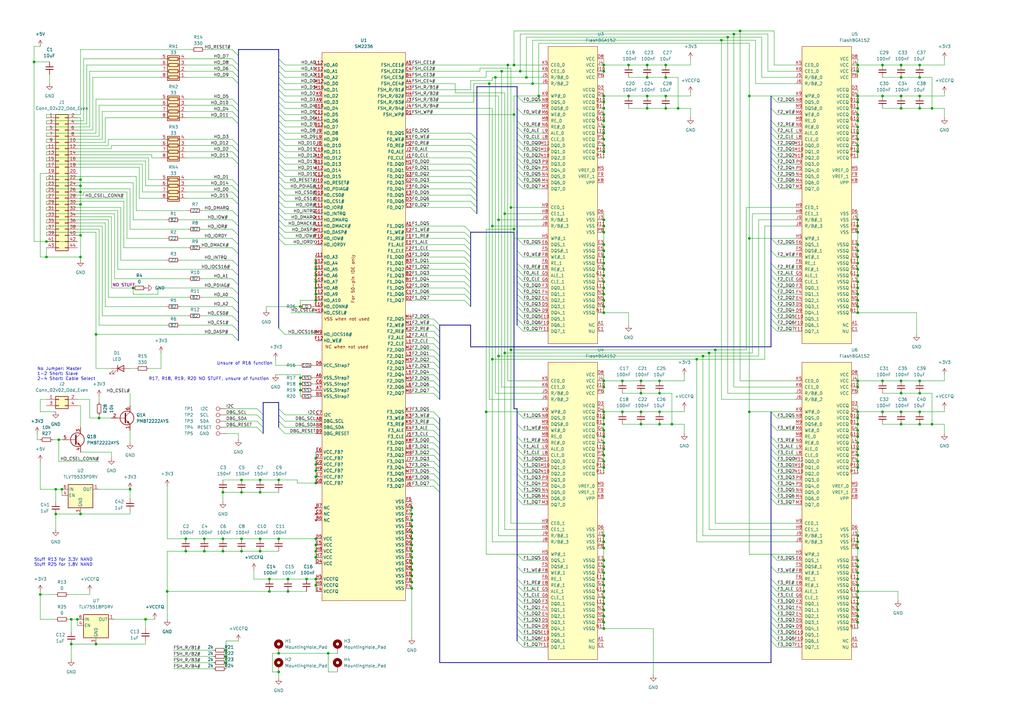
<source format=kicad_sch>
(kicad_sch (version 20211123) (generator eeschema)
  (paper "A3")
  (junction (at 369.57 173.99))
  (junction (at 351.79 118.11))
  (junction (at 369.57 161.29))
  (junction (at 351.79 120.65))
  (junction (at 220.98 39.37))
  (junction (at 285.75 147.32))
  (junction (at 24.13 180.34))
  (junction (at 361.95 156.21))
  (junction (at 199.39 168.91))
  (junction (at 270.51 168.91))
  (junction (at 361.95 39.37))
  (junction (at 247.65 115.57))
  (junction (at 168.91 233.68))
  (junction (at 114.3 220.98))
  (junction (at 106.68 201.93))
  (junction (at 247.65 176.53))
  (junction (at 369.57 156.21))
  (junction (at 247.65 52.07))
  (junction (at 351.79 115.57))
  (junction (at 351.79 240.03))
  (junction (at 19.05 105.41))
  (junction (at 351.79 158.75))
  (junction (at 76.2 226.06))
  (junction (at 247.65 123.19))
  (junction (at 99.06 226.06))
  (junction (at 351.79 222.25))
  (junction (at 351.79 255.27))
  (junction (at 361.95 168.91))
  (junction (at 168.91 213.36))
  (junction (at 307.34 97.79))
  (junction (at 13.97 25.4))
  (junction (at 247.65 100.33))
  (junction (at 210.82 93.98))
  (junction (at 83.82 226.06))
  (junction (at 351.79 242.57))
  (junction (at 168.91 226.06))
  (junction (at 351.79 181.61))
  (junction (at 351.79 176.53))
  (junction (at 207.01 87.63))
  (junction (at 247.65 57.15))
  (junction (at 247.65 29.21))
  (junction (at 129.54 107.95))
  (junction (at 168.91 208.28))
  (junction (at 377.19 168.91))
  (junction (at 377.19 39.37))
  (junction (at 129.54 228.6))
  (junction (at 257.81 39.37))
  (junction (at 351.79 95.25))
  (junction (at 273.05 44.45))
  (junction (at 247.65 168.91))
  (junction (at 377.19 156.21))
  (junction (at 92.71 269.24))
  (junction (at 351.79 59.69))
  (junction (at 247.65 95.25))
  (junction (at 19.05 99.06))
  (junction (at 369.57 26.67))
  (junction (at 168.91 241.3))
  (junction (at 106.68 196.85))
  (junction (at 351.79 191.77))
  (junction (at 39.37 137.16))
  (junction (at 247.65 39.37))
  (junction (at 351.79 128.27))
  (junction (at 33.02 210.82))
  (junction (at 247.65 240.03))
  (junction (at 129.54 190.5))
  (junction (at 247.65 62.23))
  (junction (at 168.91 236.22))
  (junction (at 22.86 210.82))
  (junction (at 31.75 254))
  (junction (at 33.02 105.41))
  (junction (at 106.68 220.98))
  (junction (at 247.65 90.17))
  (junction (at 247.65 237.49))
  (junction (at 29.21 254))
  (junction (at 247.65 59.69))
  (junction (at 270.51 161.29))
  (junction (at 247.65 232.41))
  (junction (at 40.64 171.45))
  (junction (at 351.79 247.65))
  (junction (at 247.65 219.71))
  (junction (at 270.51 173.99))
  (junction (at 351.79 232.41))
  (junction (at 351.79 125.73))
  (junction (at 54.61 118.11))
  (junction (at 247.65 158.75))
  (junction (at 204.47 90.17))
  (junction (at 351.79 26.67))
  (junction (at 377.19 161.29))
  (junction (at 129.54 123.19))
  (junction (at 351.79 46.99))
  (junction (at 247.65 107.95))
  (junction (at 59.69 254))
  (junction (at 247.65 46.99))
  (junction (at 168.91 228.6))
  (junction (at 210.82 46.99))
  (junction (at 168.91 231.14))
  (junction (at 247.65 44.45))
  (junction (at 351.79 92.71))
  (junction (at 351.79 156.21))
  (junction (at 123.19 125.73))
  (junction (at 351.79 250.19))
  (junction (at 33.02 73.66))
  (junction (at 247.65 120.65))
  (junction (at 247.65 222.25))
  (junction (at 33.02 96.52))
  (junction (at 209.55 143.51))
  (junction (at 265.43 26.67))
  (junction (at 247.65 242.57))
  (junction (at 53.34 200.66))
  (junction (at 203.2 31.75))
  (junction (at 351.79 39.37))
  (junction (at 33.02 78.74))
  (junction (at 129.54 115.57))
  (junction (at 129.54 195.58))
  (junction (at 351.79 184.15))
  (junction (at 273.05 26.67))
  (junction (at 210.82 26.67))
  (junction (at 369.57 31.75))
  (junction (at 255.27 156.21))
  (junction (at 351.79 168.91))
  (junction (at 270.51 156.21))
  (junction (at 351.79 234.95))
  (junction (at 106.68 226.06))
  (junction (at 351.79 171.45))
  (junction (at 247.65 156.21))
  (junction (at 382.27 44.45))
  (junction (at 209.55 85.09))
  (junction (at 110.49 237.49))
  (junction (at 351.79 90.17))
  (junction (at 91.44 201.93))
  (junction (at 129.54 220.98))
  (junction (at 293.37 143.51))
  (junction (at 247.65 125.73))
  (junction (at 351.79 224.79))
  (junction (at 134.62 267.97))
  (junction (at 247.65 54.61))
  (junction (at 247.65 118.11))
  (junction (at 110.49 242.57))
  (junction (at 168.91 220.98))
  (junction (at 123.19 154.94))
  (junction (at 33.02 76.2))
  (junction (at 351.79 252.73))
  (junction (at 247.65 189.23))
  (junction (at 262.89 173.99))
  (junction (at 168.91 215.9))
  (junction (at 351.79 110.49))
  (junction (at 247.65 245.11))
  (junction (at 265.43 44.45))
  (junction (at 303.53 12.7))
  (junction (at 247.65 128.27))
  (junction (at 129.54 240.03))
  (junction (at 361.95 26.67))
  (junction (at 168.91 223.52))
  (junction (at 351.79 49.53))
  (junction (at 129.54 113.03))
  (junction (at 200.66 34.29))
  (junction (at 247.65 171.45))
  (junction (at 369.57 168.91))
  (junction (at 382.27 173.99))
  (junction (at 68.58 242.57))
  (junction (at 351.79 44.45))
  (junction (at 273.05 31.75))
  (junction (at 351.79 105.41))
  (junction (at 377.19 31.75))
  (junction (at 290.83 144.78))
  (junction (at 247.65 105.41))
  (junction (at 247.65 252.73))
  (junction (at 351.79 54.61))
  (junction (at 129.54 237.49))
  (junction (at 247.65 49.53))
  (junction (at 351.79 229.87))
  (junction (at 247.65 173.99))
  (junction (at 247.65 224.79))
  (junction (at 262.89 168.91))
  (junction (at 129.54 193.04))
  (junction (at 247.65 41.91))
  (junction (at 247.65 102.87))
  (junction (at 247.65 26.67))
  (junction (at 83.82 220.98))
  (junction (at 204.47 146.05))
  (junction (at 351.79 173.99))
  (junction (at 351.79 189.23))
  (junction (at 257.81 26.67))
  (junction (at 351.79 62.23))
  (junction (at 298.45 15.24))
  (junction (at 351.79 107.95))
  (junction (at 99.06 201.93))
  (junction (at 25.4 200.66))
  (junction (at 91.44 220.98))
  (junction (at 247.65 250.19))
  (junction (at 295.91 16.51))
  (junction (at 247.65 247.65))
  (junction (at 125.73 237.49))
  (junction (at 351.79 102.87))
  (junction (at 123.19 160.02))
  (junction (at 29.21 264.16))
  (junction (at 247.65 92.71))
  (junction (at 351.79 113.03))
  (junction (at 208.28 26.67))
  (junction (at 255.27 168.91))
  (junction (at 129.54 198.12))
  (junction (at 168.91 210.82))
  (junction (at 118.11 237.49))
  (junction (at 247.65 110.49))
  (junction (at 114.3 275.59))
  (junction (at 247.65 255.27))
  (junction (at 247.65 181.61))
  (junction (at 218.44 34.29))
  (junction (at 247.65 234.95))
  (junction (at 247.65 113.03))
  (junction (at 377.19 26.67))
  (junction (at 377.19 44.45))
  (junction (at 351.79 186.69))
  (junction (at 351.79 29.21))
  (junction (at 33.02 83.82))
  (junction (at 247.65 257.81))
  (junction (at 307.34 168.91))
  (junction (at 351.79 57.15))
  (junction (at 99.06 220.98))
  (junction (at 247.65 186.69))
  (junction (at 247.65 229.87))
  (junction (at 205.74 29.21))
  (junction (at 201.93 92.71))
  (junction (at 351.79 179.07))
  (junction (at 369.57 39.37))
  (junction (at 129.54 118.11))
  (junction (at 39.37 264.16))
  (junction (at 99.06 196.85))
  (junction (at 118.11 242.57))
  (junction (at 351.79 245.11))
  (junction (at 215.9 31.75))
  (junction (at 351.79 237.49))
  (junction (at 129.54 226.06))
  (junction (at 307.34 39.37))
  (junction (at 168.91 238.76))
  (junction (at 369.57 44.45))
  (junction (at 76.2 220.98))
  (junction (at 377.19 173.99))
  (junction (at 300.99 13.97))
  (junction (at 168.91 218.44))
  (junction (at 265.43 39.37))
  (junction (at 247.65 184.15))
  (junction (at 92.71 271.78))
  (junction (at 273.05 39.37))
  (junction (at 16.51 243.84))
  (junction (at 351.79 100.33))
  (junction (at 351.79 123.19))
  (junction (at 278.13 44.45))
  (junction (at 288.29 146.05))
  (junction (at 213.36 29.21))
  (junction (at 351.79 52.07))
  (junction (at 129.54 223.52))
  (junction (at 351.79 219.71))
  (junction (at 91.44 226.06))
  (junction (at 114.3 196.85))
  (junction (at 129.54 187.96))
  (junction (at 92.71 266.7))
  (junction (at 129.54 110.49))
  (junction (at 129.54 120.65))
  (junction (at 201.93 147.32))
  (junction (at 351.79 41.91))
  (junction (at 207.01 144.78))
  (junction (at 114.3 267.97))
  (junction (at 262.89 161.29))
  (junction (at 123.19 157.48))
  (junction (at 265.43 31.75))
  (junction (at 275.59 173.99))
  (junction (at 262.89 156.21))
  (junction (at 247.65 191.77))
  (junction (at 22.86 200.66))
  (junction (at 247.65 179.07))
  (bus_entry (at 316.23 57.15) (size 2.54 2.54))
  (bus_entry (at 212.09 257.81) (size 2.54 2.54))
  (bus_entry (at 212.09 120.65) (size 2.54 2.54))
  (bus_entry (at 212.09 110.49) (size 2.54 2.54))
  (bus_entry (at 316.23 125.73) (size 2.54 2.54))
  (bus_entry (at 212.09 252.73) (size 2.54 2.54))
  (bus_entry (at 212.09 102.87) (size 2.54 2.54))
  (bus_entry (at 177.8 189.23) (size 2.54 2.54))
  (bus_entry (at 177.8 161.29) (size 2.54 2.54))
  (bus_entry (at 190.5 123.19) (size 2.54 2.54))
  (bus_entry (at 177.8 179.07) (size 2.54 2.54))
  (bus_entry (at 177.8 191.77) (size 2.54 2.54))
  (bus_entry (at 316.23 118.11) (size 2.54 2.54))
  (bus_entry (at 316.23 69.85) (size 2.54 2.54))
  (bus_entry (at 95.25 40.64) (size 2.54 2.54))
  (bus_entry (at 95.25 43.18) (size 2.54 2.54))
  (bus_entry (at 95.25 45.72) (size 2.54 2.54))
  (bus_entry (at 95.25 24.13) (size 2.54 2.54))
  (bus_entry (at 95.25 26.67) (size 2.54 2.54))
  (bus_entry (at 95.25 29.21) (size 2.54 2.54))
  (bus_entry (at 95.25 20.32) (size 2.54 2.54))
  (bus_entry (at 177.8 196.85) (size 2.54 2.54))
  (bus_entry (at 190.5 95.25) (size 2.54 2.54))
  (bus_entry (at 177.8 151.13) (size 2.54 2.54))
  (bus_entry (at 316.23 123.19) (size 2.54 2.54))
  (bus_entry (at 316.23 62.23) (size 2.54 2.54))
  (bus_entry (at 212.09 118.11) (size 2.54 2.54))
  (bus_entry (at 316.23 247.65) (size 2.54 2.54))
  (bus_entry (at 316.23 67.31) (size 2.54 2.54))
  (bus_entry (at 316.23 120.65) (size 2.54 2.54))
  (bus_entry (at 212.09 196.85) (size 2.54 2.54))
  (bus_entry (at 316.23 199.39) (size 2.54 2.54))
  (bus_entry (at 190.5 120.65) (size 2.54 2.54))
  (bus_entry (at 105.41 175.26) (size 2.54 2.54))
  (bus_entry (at 105.41 172.72) (size 2.54 2.54))
  (bus_entry (at 105.41 170.18) (size 2.54 2.54))
  (bus_entry (at 105.41 167.64) (size 2.54 2.54))
  (bus_entry (at 212.09 123.19) (size 2.54 2.54))
  (bus_entry (at 212.09 128.27) (size 2.54 2.54))
  (bus_entry (at 177.8 184.15) (size 2.54 2.54))
  (bus_entry (at 212.09 130.81) (size 2.54 2.54))
  (bus_entry (at 177.8 173.99) (size 2.54 2.54))
  (bus_entry (at 316.23 115.57) (size 2.54 2.54))
  (bus_entry (at 190.5 100.33) (size 2.54 2.54))
  (bus_entry (at 316.23 250.19) (size 2.54 2.54))
  (bus_entry (at 316.23 110.49) (size 2.54 2.54))
  (bus_entry (at 316.23 191.77) (size 2.54 2.54))
  (bus_entry (at 212.09 247.65) (size 2.54 2.54))
  (bus_entry (at 190.5 110.49) (size 2.54 2.54))
  (bus_entry (at 212.09 201.93) (size 2.54 2.54))
  (bus_entry (at 212.09 204.47) (size 2.54 2.54))
  (bus_entry (at 316.23 97.79) (size 2.54 2.54))
  (bus_entry (at 316.23 74.93) (size 2.54 2.54))
  (bus_entry (at 212.09 260.35) (size 2.54 2.54))
  (bus_entry (at 212.09 181.61) (size 2.54 2.54))
  (bus_entry (at 316.23 59.69) (size 2.54 2.54))
  (bus_entry (at 316.23 72.39) (size 2.54 2.54))
  (bus_entry (at 95.25 114.3) (size 2.54 2.54))
  (bus_entry (at 177.8 140.97) (size 2.54 2.54))
  (bus_entry (at 316.23 227.33) (size 2.54 2.54))
  (bus_entry (at 212.09 186.69) (size 2.54 2.54))
  (bus_entry (at 316.23 237.49) (size 2.54 2.54))
  (bus_entry (at 190.5 107.95) (size 2.54 2.54))
  (bus_entry (at 177.8 148.59) (size 2.54 2.54))
  (bus_entry (at 316.23 232.41) (size 2.54 2.54))
  (bus_entry (at 177.8 171.45) (size 2.54 2.54))
  (bus_entry (at 316.23 257.81) (size 2.54 2.54))
  (bus_entry (at 212.09 67.31) (size 2.54 2.54))
  (bus_entry (at 212.09 69.85) (size 2.54 2.54))
  (bus_entry (at 212.09 72.39) (size 2.54 2.54))
  (bus_entry (at 212.09 74.93) (size 2.54 2.54))
  (bus_entry (at 212.09 52.07) (size 2.54 2.54))
  (bus_entry (at 212.09 54.61) (size 2.54 2.54))
  (bus_entry (at 212.09 57.15) (size 2.54 2.54))
  (bus_entry (at 212.09 59.69) (size 2.54 2.54))
  (bus_entry (at 212.09 62.23) (size 2.54 2.54))
  (bus_entry (at 212.09 64.77) (size 2.54 2.54))
  (bus_entry (at 212.09 49.53) (size 2.54 2.54))
  (bus_entry (at 212.09 44.45) (size 2.54 2.54))
  (bus_entry (at 212.09 39.37) (size 2.54 2.54))
  (bus_entry (at 212.09 97.79) (size 2.54 2.54))
  (bus_entry (at 190.5 115.57) (size 2.54 2.54))
  (bus_entry (at 177.8 156.21) (size 2.54 2.54))
  (bus_entry (at 177.8 181.61) (size 2.54 2.54))
  (bus_entry (at 316.23 255.27) (size 2.54 2.54))
  (bus_entry (at 190.5 97.79) (size 2.54 2.54))
  (bus_entry (at 177.8 199.39) (size 2.54 2.54))
  (bus_entry (at 114.3 175.26) (size 2.54 2.54))
  (bus_entry (at 114.3 172.72) (size 2.54 2.54))
  (bus_entry (at 114.3 170.18) (size 2.54 2.54))
  (bus_entry (at 114.3 167.64) (size 2.54 2.54))
  (bus_entry (at 212.09 250.19) (size 2.54 2.54))
  (bus_entry (at 316.23 64.77) (size 2.54 2.54))
  (bus_entry (at 212.09 237.49) (size 2.54 2.54))
  (bus_entry (at 177.8 168.91) (size 2.54 2.54))
  (bus_entry (at 316.23 184.15) (size 2.54 2.54))
  (bus_entry (at 212.09 115.57) (size 2.54 2.54))
  (bus_entry (at 316.23 133.35) (size 2.54 2.54))
  (bus_entry (at 316.23 128.27) (size 2.54 2.54))
  (bus_entry (at 316.23 204.47) (size 2.54 2.54))
  (bus_entry (at 212.09 179.07) (size 2.54 2.54))
  (bus_entry (at 212.09 133.35) (size 2.54 2.54))
  (bus_entry (at 190.5 102.87) (size 2.54 2.54))
  (bus_entry (at 177.8 194.31) (size 2.54 2.54))
  (bus_entry (at 190.5 92.71) (size 2.54 2.54))
  (bus_entry (at 316.23 181.61) (size 2.54 2.54))
  (bus_entry (at 212.09 107.95) (size 2.54 2.54))
  (bus_entry (at 177.8 143.51) (size 2.54 2.54))
  (bus_entry (at 316.23 39.37) (size 2.54 2.54))
  (bus_entry (at 316.23 54.61) (size 2.54 2.54))
  (bus_entry (at 212.09 189.23) (size 2.54 2.54))
  (bus_entry (at 212.09 191.77) (size 2.54 2.54))
  (bus_entry (at 114.3 134.62) (size 2.54 2.54))
  (bus_entry (at 316.23 262.89) (size 2.54 2.54))
  (bus_entry (at 177.8 133.35) (size 2.54 2.54))
  (bus_entry (at 177.8 135.89) (size 2.54 2.54))
  (bus_entry (at 316.23 186.69) (size 2.54 2.54))
  (bus_entry (at 316.23 49.53) (size 2.54 2.54))
  (bus_entry (at 212.09 255.27) (size 2.54 2.54))
  (bus_entry (at 95.25 31.75) (size 2.54 2.54))
  (bus_entry (at 212.09 227.33) (size 2.54 2.54))
  (bus_entry (at 190.5 105.41) (size 2.54 2.54))
  (bus_entry (at 177.8 146.05) (size 2.54 2.54))
  (bus_entry (at 212.09 232.41) (size 2.54 2.54))
  (bus_entry (at 316.23 130.81) (size 2.54 2.54))
  (bus_entry (at 316.23 260.35) (size 2.54 2.54))
  (bus_entry (at 212.09 262.89) (size 2.54 2.54))
  (bus_entry (at 212.09 125.73) (size 2.54 2.54))
  (bus_entry (at 177.8 138.43) (size 2.54 2.54))
  (bus_entry (at 177.8 176.53) (size 2.54 2.54))
  (bus_entry (at 316.23 252.73) (size 2.54 2.54))
  (bus_entry (at 212.09 173.99) (size 2.54 2.54))
  (bus_entry (at 95.25 110.49) (size 2.54 2.54))
  (bus_entry (at 190.5 118.11) (size 2.54 2.54))
  (bus_entry (at 193.04 74.93) (size 2.54 2.54))
  (bus_entry (at 193.04 67.31) (size 2.54 2.54))
  (bus_entry (at 193.04 69.85) (size 2.54 2.54))
  (bus_entry (at 193.04 72.39) (size 2.54 2.54))
  (bus_entry (at 193.04 64.77) (size 2.54 2.54))
  (bus_entry (at 193.04 62.23) (size 2.54 2.54))
  (bus_entry (at 193.04 54.61) (size 2.54 2.54))
  (bus_entry (at 193.04 57.15) (size 2.54 2.54))
  (bus_entry (at 193.04 59.69) (size 2.54 2.54))
  (bus_entry (at 193.04 82.55) (size 2.54 2.54))
  (bus_entry (at 193.04 85.09) (size 2.54 2.54))
  (bus_entry (at 193.04 77.47) (size 2.54 2.54))
  (bus_entry (at 193.04 80.01) (size 2.54 2.54))
  (bus_entry (at 177.8 153.67) (size 2.54 2.54))
  (bus_entry (at 212.09 168.91) (size 2.54 2.54))
  (bus_entry (at 316.23 173.99) (size 2.54 2.54))
  (bus_entry (at 316.23 113.03) (size 2.54 2.54))
  (bus_entry (at 114.3 72.39) (size 2.54 2.54))
  (bus_entry (at 114.3 74.93) (size 2.54 2.54))
  (bus_entry (at 114.3 77.47) (size 2.54 2.54))
  (bus_entry (at 114.3 80.01) (size 2.54 2.54))
  (bus_entry (at 114.3 82.55) (size 2.54 2.54))
  (bus_entry (at 114.3 85.09) (size 2.54 2.54))
  (bus_entry (at 114.3 87.63) (size 2.54 2.54))
  (bus_entry (at 114.3 90.17) (size 2.54 2.54))
  (bus_entry (at 114.3 92.71) (size 2.54 2.54))
  (bus_entry (at 114.3 95.25) (size 2.54 2.54))
  (bus_entry (at 114.3 97.79) (size 2.54 2.54))
  (bus_entry (at 114.3 69.85) (size 2.54 2.54))
  (bus_entry (at 212.09 242.57) (size 2.54 2.54))
  (bus_entry (at 316.23 245.11) (size 2.54 2.54))
  (bus_entry (at 316.23 107.95) (size 2.54 2.54))
  (bus_entry (at 316.23 194.31) (size 2.54 2.54))
  (bus_entry (at 316.23 44.45) (size 2.54 2.54))
  (bus_entry (at 212.09 245.11) (size 2.54 2.54))
  (bus_entry (at 316.23 196.85) (size 2.54 2.54))
  (bus_entry (at 316.23 189.23) (size 2.54 2.54))
  (bus_entry (at 114.3 44.45) (size 2.54 2.54))
  (bus_entry (at 114.3 41.91) (size 2.54 2.54))
  (bus_entry (at 114.3 39.37) (size 2.54 2.54))
  (bus_entry (at 114.3 36.83) (size 2.54 2.54))
  (bus_entry (at 114.3 34.29) (size 2.54 2.54))
  (bus_entry (at 114.3 31.75) (size 2.54 2.54))
  (bus_entry (at 114.3 29.21) (size 2.54 2.54))
  (bus_entry (at 114.3 26.67) (size 2.54 2.54))
  (bus_entry (at 114.3 24.13) (size 2.54 2.54))
  (bus_entry (at 114.3 67.31) (size 2.54 2.54))
  (bus_entry (at 114.3 64.77) (size 2.54 2.54))
  (bus_entry (at 114.3 62.23) (size 2.54 2.54))
  (bus_entry (at 114.3 59.69) (size 2.54 2.54))
  (bus_entry (at 114.3 57.15) (size 2.54 2.54))
  (bus_entry (at 114.3 54.61) (size 2.54 2.54))
  (bus_entry (at 114.3 52.07) (size 2.54 2.54))
  (bus_entry (at 114.3 49.53) (size 2.54 2.54))
  (bus_entry (at 114.3 46.99) (size 2.54 2.54))
  (bus_entry (at 212.09 184.15) (size 2.54 2.54))
  (bus_entry (at 316.23 102.87) (size 2.54 2.54))
  (bus_entry (at 316.23 179.07) (size 2.54 2.54))
  (bus_entry (at 316.23 240.03) (size 2.54 2.54))
  (bus_entry (at 212.09 194.31) (size 2.54 2.54))
  (bus_entry (at 95.25 125.73) (size 2.54 2.54))
  (bus_entry (at 95.25 129.54) (size 2.54 2.54))
  (bus_entry (at 95.25 133.35) (size 2.54 2.54))
  (bus_entry (at 95.25 137.16) (size 2.54 2.54))
  (bus_entry (at 190.5 113.03) (size 2.54 2.54))
  (bus_entry (at 316.23 168.91) (size 2.54 2.54))
  (bus_entry (at 177.8 186.69) (size 2.54 2.54))
  (bus_entry (at 316.23 242.57) (size 2.54 2.54))
  (bus_entry (at 177.8 158.75) (size 2.54 2.54))
  (bus_entry (at 212.09 240.03) (size 2.54 2.54))
  (bus_entry (at 316.23 52.07) (size 2.54 2.54))
  (bus_entry (at 212.09 113.03) (size 2.54 2.54))
  (bus_entry (at 212.09 199.39) (size 2.54 2.54))
  (bus_entry (at 95.25 118.11) (size 2.54 2.54))
  (bus_entry (at 177.8 130.81) (size 2.54 2.54))
  (bus_entry (at 95.25 101.6) (size 2.54 2.54))
  (bus_entry (at 95.25 106.68) (size 2.54 2.54))
  (bus_entry (at 95.25 86.36) (size 2.54 2.54))
  (bus_entry (at 95.25 90.17) (size 2.54 2.54))
  (bus_entry (at 95.25 93.98) (size 2.54 2.54))
  (bus_entry (at 95.25 97.79) (size 2.54 2.54))
  (bus_entry (at 95.25 121.92) (size 2.54 2.54))
  (bus_entry (at 95.25 64.77) (size 2.54 2.54))
  (bus_entry (at 95.25 73.66) (size 2.54 2.54))
  (bus_entry (at 95.25 62.23) (size 2.54 2.54))
  (bus_entry (at 95.25 76.2) (size 2.54 2.54))
  (bus_entry (at 95.25 78.74) (size 2.54 2.54))
  (bus_entry (at 95.25 81.28) (size 2.54 2.54))
  (bus_entry (at 95.25 48.26) (size 2.54 2.54))
  (bus_entry (at 95.25 57.15) (size 2.54 2.54))
  (bus_entry (at 95.25 59.69) (size 2.54 2.54))
  (bus_entry (at 316.23 201.93) (size 2.54 2.54))
  (wire (pts (xy 387.35 167.64) (xy 387.35 168.91)))
  (wire (pts (xy 24.13 180.34) (xy 24.13 189.23)))
  (wire (pts (xy 247.65 102.87) (xy 247.65 105.41)))
  (wire (pts (xy 214.63 262.89) (xy 222.25 262.89)))
  (wire (pts (xy 41.91 57.15) (xy 19.05 57.15)))
  (wire (pts (xy 33.02 166.37) (xy 33.02 175.26)))
  (wire (pts (xy 204.47 90.17) (xy 222.25 90.17)))
  (wire (pts (xy 351.79 245.11) (xy 351.79 247.65)))
  (bus (pts (xy 97.79 48.26) (xy 97.79 50.8)))
  (bus (pts (xy 180.34 151.13) (xy 180.34 153.67)))
  (wire (pts (xy 38.1 31.75) (xy 66.04 31.75)))
  (wire (pts (xy 168.91 140.97) (xy 177.8 140.97)))
  (wire (pts (xy 247.65 158.75) (xy 247.65 161.29)))
  (wire (pts (xy 318.77 245.11) (xy 326.39 245.11)))
  (wire (pts (xy 40.64 43.18) (xy 40.64 55.88)))
  (wire (pts (xy 351.79 181.61) (xy 351.79 184.15)))
  (wire (pts (xy 351.79 90.17) (xy 351.79 92.71)))
  (wire (pts (xy 168.91 228.6) (xy 168.91 231.14)))
  (wire (pts (xy 116.84 95.25) (xy 129.54 95.25)))
  (wire (pts (xy 255.27 161.29) (xy 262.89 161.29)))
  (wire (pts (xy 19.05 87.63) (xy 46.99 87.63)))
  (wire (pts (xy 306.07 143.51) (xy 306.07 85.09)))
  (wire (pts (xy 222.25 219.71) (xy 204.47 219.71)))
  (wire (pts (xy 214.63 125.73) (xy 222.25 125.73)))
  (wire (pts (xy 351.79 120.65) (xy 351.79 123.19)))
  (wire (pts (xy 129.54 195.58) (xy 129.54 198.12)))
  (wire (pts (xy 19.05 105.41) (xy 33.02 105.41)))
  (wire (pts (xy 273.05 39.37) (xy 283.21 39.37)))
  (wire (pts (xy 351.79 166.37) (xy 351.79 168.91)))
  (bus (pts (xy 114.3 67.31) (xy 114.3 64.77)))
  (wire (pts (xy 295.91 16.51) (xy 309.88 16.51)))
  (wire (pts (xy 316.23 97.79) (xy 307.34 97.79)))
  (wire (pts (xy 222.25 168.91) (xy 212.09 168.91)))
  (wire (pts (xy 212.09 168.91) (xy 199.39 168.91)))
  (wire (pts (xy 91.44 201.93) (xy 91.44 205.74)))
  (wire (pts (xy 247.65 252.73) (xy 247.65 255.27)))
  (wire (pts (xy 31.75 48.26) (xy 33.02 48.26)))
  (bus (pts (xy 114.3 69.85) (xy 114.3 67.31)))
  (wire (pts (xy 116.84 85.09) (xy 129.54 85.09)))
  (wire (pts (xy 106.68 201.93) (xy 114.3 201.93)))
  (wire (pts (xy 247.65 257.81) (xy 267.97 257.81)))
  (wire (pts (xy 57.15 68.58) (xy 31.75 68.58)))
  (wire (pts (xy 43.18 48.26) (xy 43.18 58.42)))
  (wire (pts (xy 214.63 265.43) (xy 222.25 265.43)))
  (wire (pts (xy 168.91 143.51) (xy 177.8 143.51)))
  (wire (pts (xy 369.57 39.37) (xy 377.19 39.37)))
  (wire (pts (xy 351.79 158.75) (xy 351.79 161.29)))
  (wire (pts (xy 129.54 237.49) (xy 129.54 240.03)))
  (wire (pts (xy 326.39 87.63) (xy 308.61 87.63)))
  (bus (pts (xy 193.04 133.35) (xy 193.04 142.24)))
  (wire (pts (xy 16.51 105.41) (xy 19.05 105.41)))
  (wire (pts (xy 116.84 57.15) (xy 129.54 57.15)))
  (wire (pts (xy 22.86 200.66) (xy 25.4 200.66)))
  (bus (pts (xy 212.09 35.56) (xy 212.09 39.37)))
  (wire (pts (xy 247.65 156.21) (xy 247.65 158.75)))
  (wire (pts (xy 214.63 133.35) (xy 222.25 133.35)))
  (wire (pts (xy 22.86 210.82) (xy 33.02 210.82)))
  (bus (pts (xy 180.34 173.99) (xy 180.34 176.53)))
  (bus (pts (xy 97.79 62.23) (xy 97.79 64.77)))
  (wire (pts (xy 45.72 59.69) (xy 66.04 59.69)))
  (bus (pts (xy 107.95 175.26) (xy 107.95 177.8)))
  (wire (pts (xy 19.05 90.17) (xy 19.05 91.44)))
  (wire (pts (xy 31.75 166.37) (xy 33.02 166.37)))
  (bus (pts (xy 107.95 172.72) (xy 107.95 175.26)))
  (bus (pts (xy 212.09 107.95) (xy 212.09 110.49)))
  (bus (pts (xy 316.23 54.61) (xy 316.23 57.15)))
  (wire (pts (xy 298.45 15.24) (xy 215.9 15.24)))
  (wire (pts (xy 19.05 77.47) (xy 19.05 78.74)))
  (wire (pts (xy 20.32 30.48) (xy 20.32 34.29)))
  (wire (pts (xy 318.77 125.73) (xy 326.39 125.73)))
  (wire (pts (xy 318.77 234.95) (xy 326.39 234.95)))
  (wire (pts (xy 129.54 118.11) (xy 129.54 120.65)))
  (wire (pts (xy 369.57 31.75) (xy 377.19 31.75)))
  (wire (pts (xy 168.91 135.89) (xy 177.8 135.89)))
  (wire (pts (xy 168.91 199.39) (xy 177.8 199.39)))
  (wire (pts (xy 116.84 172.72) (xy 129.54 172.72)))
  (wire (pts (xy 43.18 58.42) (xy 31.75 58.42)))
  (wire (pts (xy 116.84 74.93) (xy 129.54 74.93)))
  (wire (pts (xy 76.2 43.18) (xy 95.25 43.18)))
  (wire (pts (xy 283.21 44.45) (xy 283.21 48.26)))
  (wire (pts (xy 168.91 59.69) (xy 193.04 59.69)))
  (wire (pts (xy 168.91 107.95) (xy 190.5 107.95)))
  (wire (pts (xy 71.12 266.7) (xy 87.63 266.7)))
  (wire (pts (xy 222.25 214.63) (xy 209.55 214.63)))
  (wire (pts (xy 168.91 231.14) (xy 168.91 233.68)))
  (bus (pts (xy 316.23 49.53) (xy 316.23 52.07)))
  (wire (pts (xy 39.37 137.16) (xy 39.37 95.25)))
  (wire (pts (xy 44.45 57.15) (xy 44.45 59.69)))
  (bus (pts (xy 97.79 83.82) (xy 97.79 88.9)))
  (wire (pts (xy 247.65 120.65) (xy 247.65 123.19)))
  (wire (pts (xy 318.77 41.91) (xy 326.39 41.91)))
  (wire (pts (xy 318.77 64.77) (xy 326.39 64.77)))
  (wire (pts (xy 16.51 242.57) (xy 16.51 243.84)))
  (wire (pts (xy 351.79 95.25) (xy 351.79 100.33)))
  (wire (pts (xy 118.11 237.49) (xy 125.73 237.49)))
  (wire (pts (xy 82.55 101.6) (xy 95.25 101.6)))
  (wire (pts (xy 128.27 162.56) (xy 129.54 162.56)))
  (wire (pts (xy 193.04 36.83) (xy 193.04 33.02)))
  (bus (pts (xy 195.58 57.15) (xy 195.58 59.69)))
  (bus (pts (xy 180.34 176.53) (xy 180.34 179.07)))
  (bus (pts (xy 212.09 189.23) (xy 212.09 191.77)))
  (wire (pts (xy 351.79 39.37) (xy 361.95 39.37)))
  (wire (pts (xy 54.61 118.11) (xy 45.72 118.11)))
  (wire (pts (xy 43.18 125.73) (xy 43.18 91.44)))
  (wire (pts (xy 168.91 118.11) (xy 190.5 118.11)))
  (bus (pts (xy 195.58 77.47) (xy 195.58 80.01)))
  (wire (pts (xy 247.65 46.99) (xy 247.65 49.53)))
  (wire (pts (xy 214.63 118.11) (xy 222.25 118.11)))
  (wire (pts (xy 220.98 39.37) (xy 212.09 39.37)))
  (wire (pts (xy 114.3 220.98) (xy 129.54 220.98)))
  (wire (pts (xy 92.71 266.7) (xy 92.71 262.89)))
  (wire (pts (xy 275.59 173.99) (xy 280.67 173.99)))
  (wire (pts (xy 205.74 158.75) (xy 205.74 29.21)))
  (wire (pts (xy 351.79 224.79) (xy 351.79 229.87)))
  (bus (pts (xy 316.23 199.39) (xy 316.23 201.93)))
  (wire (pts (xy 92.71 167.64) (xy 105.41 167.64)))
  (wire (pts (xy 48.26 110.49) (xy 48.26 86.36)))
  (bus (pts (xy 212.09 173.99) (xy 212.09 179.07)))
  (wire (pts (xy 128.27 160.02) (xy 129.54 160.02)))
  (wire (pts (xy 262.89 156.21) (xy 255.27 156.21)))
  (bus (pts (xy 212.09 232.41) (xy 212.09 237.49)))
  (wire (pts (xy 168.91 100.33) (xy 190.5 100.33)))
  (wire (pts (xy 33.02 76.2) (xy 33.02 78.74)))
  (wire (pts (xy 97.79 177.8) (xy 92.71 177.8)))
  (wire (pts (xy 247.65 92.71) (xy 247.65 95.25)))
  (wire (pts (xy 351.79 176.53) (xy 351.79 179.07)))
  (bus (pts (xy 316.23 247.65) (xy 316.23 250.19)))
  (wire (pts (xy 31.75 81.28) (xy 50.8 81.28)))
  (wire (pts (xy 39.37 40.64) (xy 39.37 54.61)))
  (wire (pts (xy 125.73 237.49) (xy 129.54 237.49)))
  (wire (pts (xy 62.23 64.77) (xy 66.04 64.77)))
  (wire (pts (xy 318.77 201.93) (xy 326.39 201.93)))
  (wire (pts (xy 382.27 173.99) (xy 387.35 173.99)))
  (bus (pts (xy 212.09 113.03) (xy 212.09 115.57)))
  (wire (pts (xy 76.2 73.66) (xy 95.25 73.66)))
  (wire (pts (xy 35.56 26.67) (xy 35.56 50.8)))
  (bus (pts (xy 316.23 67.31) (xy 316.23 69.85)))
  (wire (pts (xy 77.47 93.98) (xy 53.34 93.98)))
  (wire (pts (xy 351.79 222.25) (xy 351.79 224.79)))
  (wire (pts (xy 288.29 146.05) (xy 311.15 146.05)))
  (bus (pts (xy 97.79 132.08) (xy 97.79 135.89)))
  (wire (pts (xy 313.69 147.32) (xy 285.75 147.32)))
  (bus (pts (xy 97.79 120.65) (xy 97.79 124.46)))
  (wire (pts (xy 53.34 77.47) (xy 19.05 77.47)))
  (wire (pts (xy 326.39 156.21) (xy 303.53 156.21)))
  (wire (pts (xy 318.77 184.15) (xy 326.39 184.15)))
  (wire (pts (xy 214.63 199.39) (xy 222.25 199.39)))
  (wire (pts (xy 129.54 223.52) (xy 129.54 226.06)))
  (wire (pts (xy 270.51 156.21) (xy 262.89 156.21)))
  (wire (pts (xy 54.61 120.65) (xy 54.61 118.11)))
  (wire (pts (xy 168.91 223.52) (xy 168.91 226.06)))
  (wire (pts (xy 64.77 120.65) (xy 54.61 120.65)))
  (wire (pts (xy 318.77 204.47) (xy 326.39 204.47)))
  (wire (pts (xy 66.04 151.13) (xy 66.04 144.78)))
  (wire (pts (xy 326.39 214.63) (xy 293.37 214.63)))
  (bus (pts (xy 114.3 36.83) (xy 114.3 34.29)))
  (bus (pts (xy 316.23 107.95) (xy 316.23 110.49)))
  (bus (pts (xy 316.23 62.23) (xy 316.23 64.77)))
  (wire (pts (xy 214.63 255.27) (xy 222.25 255.27)))
  (wire (pts (xy 280.67 173.99) (xy 280.67 177.8)))
  (wire (pts (xy 116.84 80.01) (xy 129.54 80.01)))
  (wire (pts (xy 76.2 76.2) (xy 95.25 76.2)))
  (wire (pts (xy 213.36 29.21) (xy 222.25 29.21)))
  (wire (pts (xy 59.69 254) (xy 59.69 257.81)))
  (wire (pts (xy 222.25 156.21) (xy 208.28 156.21)))
  (wire (pts (xy 95.25 110.49) (xy 48.26 110.49)))
  (wire (pts (xy 114.3 275.59) (xy 114.3 278.13)))
  (wire (pts (xy 293.37 143.51) (xy 306.07 143.51)))
  (wire (pts (xy 168.91 120.65) (xy 190.5 120.65)))
  (bus (pts (xy 212.09 181.61) (xy 212.09 184.15)))
  (wire (pts (xy 168.91 218.44) (xy 168.91 220.98)))
  (bus (pts (xy 97.79 22.86) (xy 97.79 26.67)))
  (bus (pts (xy 212.09 69.85) (xy 212.09 72.39)))
  (wire (pts (xy 318.77 59.69) (xy 326.39 59.69)))
  (wire (pts (xy 129.54 240.03) (xy 129.54 242.57)))
  (wire (pts (xy 34.29 24.13) (xy 66.04 24.13)))
  (wire (pts (xy 116.84 170.18) (xy 129.54 170.18)))
  (bus (pts (xy 97.79 104.14) (xy 97.79 109.22)))
  (wire (pts (xy 168.91 26.67) (xy 208.28 26.67)))
  (wire (pts (xy 247.65 179.07) (xy 247.65 181.61)))
  (wire (pts (xy 214.63 54.61) (xy 222.25 54.61)))
  (bus (pts (xy 114.3 34.29) (xy 114.3 31.75)))
  (wire (pts (xy 303.53 156.21) (xy 303.53 12.7)))
  (wire (pts (xy 22.86 200.66) (xy 22.86 205.74)))
  (wire (pts (xy 25.4 200.66) (xy 25.4 203.2)))
  (wire (pts (xy 316.23 227.33) (xy 307.34 227.33)))
  (wire (pts (xy 33.02 105.41) (xy 33.02 106.68)))
  (wire (pts (xy 318.77 176.53) (xy 326.39 176.53)))
  (wire (pts (xy 210.82 97.79) (xy 210.82 93.98)))
  (bus (pts (xy 114.3 92.71) (xy 114.3 90.17)))
  (wire (pts (xy 326.39 227.33) (xy 316.23 227.33)))
  (wire (pts (xy 19.05 71.12) (xy 16.51 71.12)))
  (wire (pts (xy 307.34 17.78) (xy 307.34 39.37)))
  (wire (pts (xy 247.65 250.19) (xy 247.65 252.73)))
  (wire (pts (xy 45.72 118.11) (xy 45.72 88.9)))
  (wire (pts (xy 82.55 121.92) (xy 95.25 121.92)))
  (bus (pts (xy 97.79 124.46) (xy 97.79 128.27)))
  (wire (pts (xy 283.21 24.13) (xy 283.21 26.67)))
  (wire (pts (xy 199.39 29.21) (xy 205.74 29.21)))
  (wire (pts (xy 116.84 175.26) (xy 129.54 175.26)))
  (wire (pts (xy 318.77 229.87) (xy 326.39 229.87)))
  (bus (pts (xy 180.34 133.35) (xy 180.34 135.89)))
  (wire (pts (xy 377.19 31.75) (xy 382.27 31.75)))
  (wire (pts (xy 214.63 194.31) (xy 222.25 194.31)))
  (bus (pts (xy 212.09 67.31) (xy 212.09 69.85)))
  (bus (pts (xy 114.3 95.25) (xy 114.3 92.71)))
  (wire (pts (xy 351.79 52.07) (xy 351.79 54.61)))
  (wire (pts (xy 33.02 20.32) (xy 78.74 20.32)))
  (wire (pts (xy 114.3 196.85) (xy 106.68 196.85)))
  (wire (pts (xy 212.09 97.79) (xy 210.82 97.79)))
  (wire (pts (xy 361.95 31.75) (xy 369.57 31.75)))
  (wire (pts (xy 247.65 87.63) (xy 247.65 90.17)))
  (wire (pts (xy 19.05 72.39) (xy 19.05 73.66)))
  (wire (pts (xy 307.34 227.33) (xy 307.34 168.91)))
  (wire (pts (xy 21.59 180.34) (xy 24.13 180.34)))
  (wire (pts (xy 308.61 87.63) (xy 308.61 144.78)))
  (wire (pts (xy 168.91 215.9) (xy 168.91 218.44)))
  (wire (pts (xy 309.88 16.51) (xy 309.88 34.29)))
  (bus (pts (xy 212.09 72.39) (xy 212.09 74.93)))
  (wire (pts (xy 168.91 72.39) (xy 193.04 72.39)))
  (bus (pts (xy 212.09 260.35) (xy 212.09 262.89)))
  (wire (pts (xy 77.47 129.54) (xy 41.91 129.54)))
  (wire (pts (xy 73.66 125.73) (xy 95.25 125.73)))
  (bus (pts (xy 180.34 153.67) (xy 180.34 156.21)))
  (bus (pts (xy 212.09 52.07) (xy 212.09 54.61)))
  (wire (pts (xy 290.83 144.78) (xy 207.01 144.78)))
  (wire (pts (xy 298.45 161.29) (xy 298.45 15.24)))
  (bus (pts (xy 114.3 57.15) (xy 114.3 54.61)))
  (wire (pts (xy 214.63 100.33) (xy 222.25 100.33)))
  (wire (pts (xy 247.65 52.07) (xy 247.65 54.61)))
  (wire (pts (xy 247.65 219.71) (xy 247.65 222.25)))
  (bus (pts (xy 212.09 242.57) (xy 212.09 245.11)))
  (wire (pts (xy 116.84 26.67) (xy 129.54 26.67)))
  (bus (pts (xy 114.3 165.1) (xy 114.3 167.64)))
  (wire (pts (xy 351.79 57.15) (xy 351.79 59.69)))
  (wire (pts (xy 76.2 78.74) (xy 95.25 78.74)))
  (wire (pts (xy 40.64 93.98) (xy 31.75 93.98)))
  (wire (pts (xy 68.58 125.73) (xy 43.18 125.73)))
  (bus (pts (xy 97.79 88.9) (xy 97.79 92.71)))
  (bus (pts (xy 316.23 242.57) (xy 316.23 245.11)))
  (wire (pts (xy 168.91 130.81) (xy 177.8 130.81)))
  (bus (pts (xy 195.58 67.31) (xy 195.58 69.85)))
  (bus (pts (xy 212.09 194.31) (xy 212.09 196.85)))
  (wire (pts (xy 222.25 222.25) (xy 201.93 222.25)))
  (bus (pts (xy 316.23 39.37) (xy 316.23 44.45)))
  (wire (pts (xy 34.29 49.53) (xy 19.05 49.53)))
  (bus (pts (xy 114.3 85.09) (xy 114.3 82.55)))
  (wire (pts (xy 48.26 86.36) (xy 31.75 86.36)))
  (wire (pts (xy 222.25 34.29) (xy 218.44 34.29)))
  (wire (pts (xy 19.05 57.15) (xy 19.05 58.42)))
  (wire (pts (xy 19.05 59.69) (xy 19.05 60.96)))
  (wire (pts (xy 214.63 229.87) (xy 222.25 229.87)))
  (wire (pts (xy 247.65 237.49) (xy 247.65 240.03)))
  (wire (pts (xy 36.83 243.84) (xy 36.83 242.57)))
  (wire (pts (xy 247.65 115.57) (xy 247.65 118.11)))
  (wire (pts (xy 99.06 201.93) (xy 106.68 201.93)))
  (wire (pts (xy 82.55 114.3) (xy 95.25 114.3)))
  (wire (pts (xy 29.21 264.16) (xy 29.21 270.51)))
  (wire (pts (xy 201.93 33.02) (xy 201.93 31.75)))
  (bus (pts (xy 212.09 39.37) (xy 212.09 44.45)))
  (wire (pts (xy 318.77 77.47) (xy 326.39 77.47)))
  (wire (pts (xy 168.91 208.28) (xy 168.91 210.82)))
  (wire (pts (xy 168.91 102.87) (xy 190.5 102.87)))
  (wire (pts (xy 318.77 57.15) (xy 326.39 57.15)))
  (bus (pts (xy 114.3 72.39) (xy 114.3 69.85)))
  (wire (pts (xy 168.91 156.21) (xy 177.8 156.21)))
  (wire (pts (xy 220.98 17.78) (xy 307.34 17.78)))
  (bus (pts (xy 316.23 125.73) (xy 316.23 128.27)))
  (wire (pts (xy 218.44 16.51) (xy 295.91 16.51)))
  (wire (pts (xy 247.65 234.95) (xy 247.65 237.49)))
  (wire (pts (xy 375.92 137.16) (xy 375.92 128.27)))
  (wire (pts (xy 41.91 45.72) (xy 66.04 45.72)))
  (wire (pts (xy 208.28 26.67) (xy 210.82 26.67)))
  (bus (pts (xy 97.79 43.18) (xy 97.79 45.72)))
  (wire (pts (xy 247.65 29.21) (xy 247.65 31.75)))
  (wire (pts (xy 361.95 44.45) (xy 369.57 44.45)))
  (wire (pts (xy 247.65 39.37) (xy 247.65 41.91)))
  (wire (pts (xy 129.54 187.96) (xy 129.54 190.5)))
  (wire (pts (xy 369.57 44.45) (xy 377.19 44.45)))
  (bus (pts (xy 114.3 54.61) (xy 114.3 52.07)))
  (wire (pts (xy 318.77 113.03) (xy 326.39 113.03)))
  (wire (pts (xy 222.25 92.71) (xy 201.93 92.71)))
  (bus (pts (xy 195.58 72.39) (xy 195.58 74.93)))
  (wire (pts (xy 196.85 27.94) (xy 209.55 27.94)))
  (bus (pts (xy 114.3 170.18) (xy 114.3 167.64)))
  (wire (pts (xy 318.77 255.27) (xy 326.39 255.27)))
  (wire (pts (xy 318.77 196.85) (xy 326.39 196.85)))
  (wire (pts (xy 318.77 135.89) (xy 326.39 135.89)))
  (wire (pts (xy 351.79 87.63) (xy 351.79 90.17)))
  (wire (pts (xy 59.69 76.2) (xy 59.69 66.04)))
  (wire (pts (xy 351.79 26.67) (xy 351.79 29.21)))
  (bus (pts (xy 212.09 123.19) (xy 212.09 125.73)))
  (wire (pts (xy 318.77 250.19) (xy 326.39 250.19)))
  (bus (pts (xy 316.23 118.11) (xy 316.23 120.65)))
  (bus (pts (xy 114.3 26.67) (xy 114.3 24.13)))
  (wire (pts (xy 36.83 52.07) (xy 19.05 52.07)))
  (wire (pts (xy 312.42 15.24) (xy 298.45 15.24)))
  (wire (pts (xy 307.34 39.37) (xy 316.23 39.37)))
  (wire (pts (xy 270.51 173.99) (xy 275.59 173.99)))
  (wire (pts (xy 168.91 236.22) (xy 168.91 238.76)))
  (wire (pts (xy 351.79 171.45) (xy 351.79 173.99)))
  (bus (pts (xy 316.23 201.93) (xy 316.23 204.47)))
  (wire (pts (xy 19.05 80.01) (xy 19.05 81.28)))
  (wire (pts (xy 168.91 161.29) (xy 177.8 161.29)))
  (wire (pts (xy 194.31 34.29) (xy 194.31 41.91)))
  (wire (pts (xy 104.14 233.68) (xy 104.14 237.49)))
  (wire (pts (xy 351.79 54.61) (xy 351.79 57.15)))
  (wire (pts (xy 44.45 121.92) (xy 44.45 90.17)))
  (bus (pts (xy 212.09 247.65) (xy 212.09 250.19)))
  (bus (pts (xy 195.58 35.56) (xy 212.09 35.56)))
  (bus (pts (xy 180.34 194.31) (xy 180.34 196.85)))
  (wire (pts (xy 92.71 262.89) (xy 97.79 262.89)))
  (bus (pts (xy 212.09 64.77) (xy 212.09 67.31)))
  (wire (pts (xy 278.13 44.45) (xy 283.21 44.45)))
  (wire (pts (xy 114.3 275.59) (xy 111.76 275.59)))
  (wire (pts (xy 273.05 26.67) (xy 265.43 26.67)))
  (bus (pts (xy 97.79 78.74) (xy 97.79 81.28)))
  (wire (pts (xy 40.64 133.35) (xy 40.64 93.98)))
  (bus (pts (xy 180.34 191.77) (xy 180.34 194.31)))
  (wire (pts (xy 199.39 31.75) (xy 199.39 29.21)))
  (wire (pts (xy 19.05 52.07) (xy 19.05 53.34)))
  (wire (pts (xy 168.91 194.31) (xy 177.8 194.31)))
  (wire (pts (xy 351.79 242.57) (xy 351.79 245.11)))
  (wire (pts (xy 168.91 151.13) (xy 177.8 151.13)))
  (wire (pts (xy 361.95 168.91) (xy 369.57 168.91)))
  (wire (pts (xy 13.97 99.06) (xy 19.05 99.06)))
  (wire (pts (xy 19.05 74.93) (xy 19.05 76.2)))
  (wire (pts (xy 116.84 49.53) (xy 129.54 49.53)))
  (wire (pts (xy 247.65 24.13) (xy 247.65 26.67)))
  (wire (pts (xy 116.84 67.31) (xy 129.54 67.31)))
  (wire (pts (xy 247.65 123.19) (xy 247.65 125.73)))
  (wire (pts (xy 168.91 44.45) (xy 201.93 44.45)))
  (bus (pts (xy 316.23 173.99) (xy 316.23 179.07)))
  (wire (pts (xy 351.79 229.87) (xy 351.79 232.41)))
  (bus (pts (xy 212.09 167.64) (xy 212.09 168.91)))
  (wire (pts (xy 247.65 36.83) (xy 247.65 39.37)))
  (wire (pts (xy 210.82 39.37) (xy 210.82 46.99)))
  (wire (pts (xy 168.91 92.71) (xy 190.5 92.71)))
  (wire (pts (xy 214.63 181.61) (xy 222.25 181.61)))
  (wire (pts (xy 13.97 19.05) (xy 13.97 25.4)))
  (wire (pts (xy 369.57 168.91) (xy 377.19 168.91)))
  (wire (pts (xy 203.2 161.29) (xy 203.2 31.75)))
  (wire (pts (xy 76.2 45.72) (xy 95.25 45.72)))
  (wire (pts (xy 247.65 168.91) (xy 255.27 168.91)))
  (bus (pts (xy 114.3 46.99) (xy 114.3 44.45)))
  (wire (pts (xy 16.51 243.84) (xy 22.86 243.84)))
  (wire (pts (xy 129.54 113.03) (xy 129.54 115.57)))
  (wire (pts (xy 40.64 171.45) (xy 36.83 171.45)))
  (wire (pts (xy 49.53 85.09) (xy 19.05 85.09)))
  (wire (pts (xy 68.58 90.17) (xy 54.61 90.17)))
  (wire (pts (xy 351.79 168.91) (xy 351.79 171.45)))
  (wire (pts (xy 76.2 64.77) (xy 95.25 64.77)))
  (wire (pts (xy 19.05 163.83) (xy 16.51 163.83)))
  (wire (pts (xy 106.68 220.98) (xy 114.3 220.98)))
  (wire (pts (xy 290.83 217.17) (xy 290.83 144.78)))
  (wire (pts (xy 168.91 191.77) (xy 177.8 191.77)))
  (wire (pts (xy 168.91 67.31) (xy 193.04 67.31)))
  (bus (pts (xy 180.34 146.05) (xy 180.34 148.59)))
  (wire (pts (xy 68.58 199.39) (xy 68.58 220.98)))
  (wire (pts (xy 168.91 113.03) (xy 190.5 113.03)))
  (wire (pts (xy 168.91 186.69) (xy 177.8 186.69)))
  (wire (pts (xy 280.67 153.67) (xy 280.67 156.21)))
  (bus (pts (xy 114.3 44.45) (xy 114.3 41.91)))
  (wire (pts (xy 168.91 153.67) (xy 177.8 153.67)))
  (wire (pts (xy 351.79 62.23) (xy 351.79 64.77)))
  (bus (pts (xy 212.09 128.27) (xy 212.09 130.81)))
  (wire (pts (xy 50.8 82.55) (xy 50.8 101.6)))
  (wire (pts (xy 215.9 31.75) (xy 222.25 31.75)))
  (wire (pts (xy 351.79 125.73) (xy 351.79 128.27)))
  (bus (pts (xy 316.23 194.31) (xy 316.23 196.85)))
  (wire (pts (xy 41.91 92.71) (xy 19.05 92.71)))
  (wire (pts (xy 53.34 200.66) (xy 53.34 204.47)))
  (wire (pts (xy 214.63 128.27) (xy 222.25 128.27)))
  (bus (pts (xy 212.09 57.15) (xy 212.09 59.69)))
  (bus (pts (xy 316.23 97.79) (xy 316.23 102.87)))
  (wire (pts (xy 15.24 180.34) (xy 16.51 180.34)))
  (wire (pts (xy 247.65 153.67) (xy 247.65 156.21)))
  (wire (pts (xy 351.79 107.95) (xy 351.79 110.49)))
  (bus (pts (xy 316.23 59.69) (xy 316.23 62.23)))
  (bus (pts (xy 180.34 148.59) (xy 180.34 151.13)))
  (wire (pts (xy 199.39 168.91) (xy 199.39 93.98)))
  (wire (pts (xy 204.47 146.05) (xy 288.29 146.05)))
  (wire (pts (xy 168.91 205.74) (xy 168.91 208.28)))
  (wire (pts (xy 247.65 105.41) (xy 247.65 107.95)))
  (wire (pts (xy 318.77 46.99) (xy 326.39 46.99)))
  (wire (pts (xy 129.54 107.95) (xy 129.54 110.49)))
  (wire (pts (xy 168.91 97.79) (xy 190.5 97.79)))
  (wire (pts (xy 116.84 137.16) (xy 129.54 137.16)))
  (wire (pts (xy 82.55 86.36) (xy 95.25 86.36)))
  (wire (pts (xy 128.27 149.86) (xy 129.54 149.86)))
  (wire (pts (xy 123.19 123.19) (xy 123.19 125.73)))
  (wire (pts (xy 106.68 226.06) (xy 114.3 226.06)))
  (wire (pts (xy 104.14 237.49) (xy 110.49 237.49)))
  (wire (pts (xy 60.96 151.13) (xy 66.04 151.13)))
  (bus (pts (xy 195.58 69.85) (xy 195.58 72.39)))
  (bus (pts (xy 97.79 29.21) (xy 97.79 31.75)))
  (wire (pts (xy 116.84 92.71) (xy 129.54 92.71)))
  (wire (pts (xy 318.77 181.61) (xy 326.39 181.61)))
  (wire (pts (xy 116.84 41.91) (xy 129.54 41.91)))
  (wire (pts (xy 222.25 217.17) (xy 207.01 217.17)))
  (bus (pts (xy 316.23 120.65) (xy 316.23 123.19)))
  (bus (pts (xy 97.79 76.2) (xy 97.79 78.74)))
  (bus (pts (xy 193.04 95.25) (xy 193.04 97.79)))
  (bus (pts (xy 97.79 31.75) (xy 97.79 34.29)))
  (wire (pts (xy 82.55 129.54) (xy 95.25 129.54)))
  (wire (pts (xy 213.36 13.97) (xy 300.99 13.97)))
  (wire (pts (xy 257.81 44.45) (xy 265.43 44.45)))
  (wire (pts (xy 247.65 222.25) (xy 247.65 224.79)))
  (wire (pts (xy 116.84 34.29) (xy 129.54 34.29)))
  (bus (pts (xy 97.79 92.71) (xy 97.79 96.52)))
  (wire (pts (xy 113.03 149.86) (xy 113.03 147.32)))
  (bus (pts (xy 210.82 95.25) (xy 210.82 167.64)))
  (wire (pts (xy 214.63 189.23) (xy 222.25 189.23)))
  (wire (pts (xy 318.77 257.81) (xy 326.39 257.81)))
  (wire (pts (xy 168.91 168.91) (xy 177.8 168.91)))
  (wire (pts (xy 214.63 120.65) (xy 222.25 120.65)))
  (wire (pts (xy 201.93 147.32) (xy 201.93 92.71)))
  (wire (pts (xy 116.84 69.85) (xy 129.54 69.85)))
  (wire (pts (xy 76.2 40.64) (xy 95.25 40.64)))
  (wire (pts (xy 200.66 34.29) (xy 194.31 34.29)))
  (wire (pts (xy 168.91 36.83) (xy 193.04 36.83)))
  (wire (pts (xy 247.65 171.45) (xy 247.65 173.99)))
  (wire (pts (xy 214.63 77.47) (xy 222.25 77.47)))
  (wire (pts (xy 209.55 85.09) (xy 222.25 85.09)))
  (wire (pts (xy 205.74 29.21) (xy 213.36 29.21)))
  (wire (pts (xy 76.2 24.13) (xy 95.25 24.13)))
  (bus (pts (xy 316.23 204.47) (xy 316.23 227.33)))
  (wire (pts (xy 123.19 157.48) (xy 123.19 160.02)))
  (wire (pts (xy 116.84 31.75) (xy 129.54 31.75)))
  (wire (pts (xy 318.77 52.07) (xy 326.39 52.07)))
  (wire (pts (xy 83.82 226.06) (xy 91.44 226.06)))
  (wire (pts (xy 351.79 39.37) (xy 351.79 41.91)))
  (wire (pts (xy 31.75 76.2) (xy 33.02 76.2)))
  (bus (pts (xy 114.3 59.69) (xy 114.3 57.15)))
  (wire (pts (xy 123.19 160.02) (xy 123.19 162.56)))
  (wire (pts (xy 351.79 153.67) (xy 351.79 156.21)))
  (bus (pts (xy 180.34 156.21) (xy 180.34 158.75)))
  (wire (pts (xy 40.64 200.66) (xy 53.34 200.66)))
  (wire (pts (xy 204.47 146.05) (xy 204.47 90.17)))
  (wire (pts (xy 29.21 254) (xy 29.21 259.08)))
  (wire (pts (xy 222.25 158.75) (xy 205.74 158.75)))
  (wire (pts (xy 19.05 46.99) (xy 19.05 48.26)))
  (bus (pts (xy 212.09 257.81) (xy 212.09 260.35)))
  (bus (pts (xy 97.79 109.22) (xy 97.79 113.03)))
  (wire (pts (xy 168.91 196.85) (xy 177.8 196.85)))
  (wire (pts (xy 76.2 81.28) (xy 95.25 81.28)))
  (wire (pts (xy 38.1 31.75) (xy 38.1 53.34)))
  (wire (pts (xy 68.58 226.06) (xy 76.2 226.06)))
  (wire (pts (xy 31.75 83.82) (xy 33.02 83.82)))
  (bus (pts (xy 180.34 138.43) (xy 180.34 140.97)))
  (wire (pts (xy 128.27 125.73) (xy 129.54 125.73)))
  (wire (pts (xy 73.66 97.79) (xy 95.25 97.79)))
  (wire (pts (xy 247.65 184.15) (xy 247.65 186.69)))
  (wire (pts (xy 39.37 40.64) (xy 66.04 40.64)))
  (wire (pts (xy 129.54 226.06) (xy 129.54 228.6)))
  (wire (pts (xy 68.58 242.57) (xy 68.58 226.06)))
  (bus (pts (xy 193.04 105.41) (xy 193.04 107.95)))
  (wire (pts (xy 351.79 168.91) (xy 361.95 168.91)))
  (wire (pts (xy 34.29 78.74) (xy 34.29 80.01)))
  (wire (pts (xy 53.34 176.53) (xy 53.34 181.61)))
  (wire (pts (xy 168.91 80.01) (xy 193.04 80.01)))
  (wire (pts (xy 317.5 12.7) (xy 303.53 12.7)))
  (wire (pts (xy 351.79 156.21) (xy 351.79 158.75)))
  (wire (pts (xy 121.92 196.85) (xy 114.3 196.85)))
  (wire (pts (xy 109.22 125.73) (xy 109.22 127)))
  (wire (pts (xy 209.55 143.51) (xy 209.55 85.09)))
  (wire (pts (xy 318.77 199.39) (xy 326.39 199.39)))
  (wire (pts (xy 66.04 78.74) (xy 58.42 78.74)))
  (wire (pts (xy 46.99 114.3) (xy 46.99 87.63)))
  (wire (pts (xy 53.34 209.55) (xy 53.34 210.82)))
  (wire (pts (xy 82.55 93.98) (xy 95.25 93.98)))
  (bus (pts (xy 212.09 252.73) (xy 212.09 255.27)))
  (wire (pts (xy 54.61 74.93) (xy 19.05 74.93)))
  (bus (pts (xy 180.34 140.97) (xy 180.34 143.51)))
  (bus (pts (xy 180.34 133.35) (xy 193.04 133.35)))
  (wire (pts (xy 369.57 26.67) (xy 361.95 26.67)))
  (wire (pts (xy 97.79 177.8) (xy 97.79 180.34)))
  (bus (pts (xy 212.09 240.03) (xy 212.09 242.57)))
  (wire (pts (xy 351.79 49.53) (xy 351.79 52.07)))
  (bus (pts (xy 212.09 227.33) (xy 212.09 232.41)))
  (wire (pts (xy 129.54 220.98) (xy 129.54 223.52)))
  (wire (pts (xy 116.84 72.39) (xy 129.54 72.39)))
  (wire (pts (xy 247.65 59.69) (xy 247.65 62.23)))
  (wire (pts (xy 265.43 31.75) (xy 273.05 31.75)))
  (wire (pts (xy 351.79 237.49) (xy 351.79 240.03)))
  (wire (pts (xy 351.79 46.99) (xy 351.79 49.53)))
  (wire (pts (xy 54.61 90.17) (xy 54.61 74.93)))
  (bus (pts (xy 114.3 175.26) (xy 114.3 172.72)))
  (wire (pts (xy 111.76 275.59) (xy 111.76 267.97)))
  (bus (pts (xy 114.3 31.75) (xy 114.3 29.21)))
  (wire (pts (xy 273.05 44.45) (xy 278.13 44.45)))
  (wire (pts (xy 361.95 161.29) (xy 369.57 161.29)))
  (bus (pts (xy 195.58 57.15) (xy 195.58 35.56)))
  (wire (pts (xy 58.42 67.31) (xy 19.05 67.31)))
  (wire (pts (xy 16.51 200.66) (xy 22.86 200.66)))
  (wire (pts (xy 168.91 110.49) (xy 190.5 110.49)))
  (bus (pts (xy 316.23 184.15) (xy 316.23 186.69)))
  (wire (pts (xy 314.96 13.97) (xy 314.96 29.21)))
  (wire (pts (xy 247.65 107.95) (xy 247.65 110.49)))
  (wire (pts (xy 306.07 85.09) (xy 326.39 85.09)))
  (wire (pts (xy 134.62 275.59) (xy 138.43 275.59)))
  (bus (pts (xy 193.04 118.11) (xy 193.04 120.65)))
  (wire (pts (xy 49.53 106.68) (xy 49.53 85.09)))
  (wire (pts (xy 24.13 180.34) (xy 25.4 180.34)))
  (wire (pts (xy 76.2 226.06) (xy 83.82 226.06)))
  (wire (pts (xy 113.03 153.67) (xy 123.19 153.67)))
  (wire (pts (xy 247.65 224.79) (xy 247.65 229.87)))
  (wire (pts (xy 31.75 73.66) (xy 33.02 73.66)))
  (wire (pts (xy 52.07 78.74) (xy 34.29 78.74)))
  (wire (pts (xy 31.75 96.52) (xy 33.02 96.52)))
  (wire (pts (xy 36.83 29.21) (xy 66.04 29.21)))
  (wire (pts (xy 351.79 186.69) (xy 351.79 189.23)))
  (bus (pts (xy 212.09 250.19) (xy 212.09 252.73)))
  (wire (pts (xy 351.79 115.57) (xy 351.79 118.11)))
  (bus (pts (xy 316.23 57.15) (xy 316.23 59.69)))
  (wire (pts (xy 59.69 66.04) (xy 31.75 66.04)))
  (wire (pts (xy 196.85 29.21) (xy 196.85 27.94)))
  (wire (pts (xy 203.2 31.75) (xy 215.9 31.75)))
  (wire (pts (xy 209.55 143.51) (xy 293.37 143.51)))
  (bus (pts (xy 212.09 120.65) (xy 212.09 123.19)))
  (bus (pts (xy 212.09 125.73) (xy 212.09 128.27)))
  (wire (pts (xy 309.88 34.29) (xy 326.39 34.29)))
  (wire (pts (xy 247.65 49.53) (xy 247.65 52.07)))
  (bus (pts (xy 212.09 59.69) (xy 212.09 62.23)))
  (wire (pts (xy 207.01 38.1) (xy 186.69 38.1)))
  (wire (pts (xy 285.75 222.25) (xy 285.75 147.32)))
  (wire (pts (xy 111.76 267.97) (xy 114.3 267.97)))
  (wire (pts (xy 318.77 54.61) (xy 326.39 54.61)))
  (bus (pts (xy 316.23 186.69) (xy 316.23 189.23)))
  (wire (pts (xy 40.64 162.56) (xy 40.64 165.1)))
  (bus (pts (xy 97.79 135.89) (xy 97.79 139.7)))
  (wire (pts (xy 19.05 95.25) (xy 19.05 96.52)))
  (wire (pts (xy 351.79 184.15) (xy 351.79 186.69)))
  (wire (pts (xy 168.91 95.25) (xy 190.5 95.25)))
  (bus (pts (xy 316.23 179.07) (xy 316.23 181.61)))
  (wire (pts (xy 24.13 189.23) (xy 40.64 189.23)))
  (wire (pts (xy 283.21 26.67) (xy 273.05 26.67)))
  (wire (pts (xy 361.95 173.99) (xy 369.57 173.99)))
  (bus (pts (xy 316.23 255.27) (xy 316.23 257.81)))
  (wire (pts (xy 168.91 138.43) (xy 177.8 138.43)))
  (wire (pts (xy 318.77 240.03) (xy 326.39 240.03)))
  (wire (pts (xy 318.77 115.57) (xy 326.39 115.57)))
  (wire (pts (xy 68.58 106.68) (xy 49.53 106.68)))
  (bus (pts (xy 212.09 204.47) (xy 212.09 227.33)))
  (wire (pts (xy 27.94 243.84) (xy 36.83 243.84)))
  (wire (pts (xy 129.54 110.49) (xy 129.54 113.03)))
  (bus (pts (xy 114.3 20.32) (xy 97.79 20.32)))
  (wire (pts (xy 303.53 12.7) (xy 210.82 12.7)))
  (wire (pts (xy 55.88 86.36) (xy 55.88 72.39)))
  (wire (pts (xy 377.19 168.91) (xy 387.35 168.91)))
  (bus (pts (xy 316.23 181.61) (xy 316.23 184.15)))
  (wire (pts (xy 128.27 154.94) (xy 129.54 154.94)))
  (wire (pts (xy 247.65 113.03) (xy 247.65 115.57)))
  (wire (pts (xy 255.27 156.21) (xy 247.65 156.21)))
  (wire (pts (xy 257.81 128.27) (xy 247.65 128.27)))
  (wire (pts (xy 35.56 26.67) (xy 66.04 26.67)))
  (wire (pts (xy 351.79 234.95) (xy 351.79 237.49)))
  (wire (pts (xy 212.09 39.37) (xy 210.82 39.37)))
  (wire (pts (xy 247.65 125.73) (xy 247.65 128.27)))
  (wire (pts (xy 257.81 39.37) (xy 265.43 39.37)))
  (wire (pts (xy 214.63 204.47) (xy 222.25 204.47)))
  (wire (pts (xy 134.62 267.97) (xy 138.43 267.97)))
  (wire (pts (xy 293.37 214.63) (xy 293.37 143.51)))
  (wire (pts (xy 280.67 167.64) (xy 280.67 168.91)))
  (wire (pts (xy 168.91 146.05) (xy 177.8 146.05)))
  (wire (pts (xy 76.2 48.26) (xy 95.25 48.26)))
  (wire (pts (xy 168.91 181.61) (xy 177.8 181.61)))
  (wire (pts (xy 318.77 110.49) (xy 326.39 110.49)))
  (wire (pts (xy 351.79 232.41) (xy 351.79 234.95)))
  (wire (pts (xy 207.01 87.63) (xy 207.01 38.1)))
  (wire (pts (xy 19.05 49.53) (xy 19.05 50.8)))
  (wire (pts (xy 53.34 151.13) (xy 55.88 151.13)))
  (bus (pts (xy 180.34 184.15) (xy 180.34 186.69)))
  (wire (pts (xy 116.84 39.37) (xy 129.54 39.37)))
  (wire (pts (xy 168.91 213.36) (xy 168.91 215.9)))
  (wire (pts (xy 351.79 92.71) (xy 351.79 95.25)))
  (wire (pts (xy 220.98 39.37) (xy 220.98 17.78)))
  (wire (pts (xy 29.21 254) (xy 31.75 254)))
  (wire (pts (xy 351.79 105.41) (xy 351.79 107.95)))
  (wire (pts (xy 318.77 191.77) (xy 326.39 191.77)))
  (wire (pts (xy 255.27 173.99) (xy 262.89 173.99)))
  (wire (pts (xy 59.69 262.89) (xy 59.69 264.16)))
  (wire (pts (xy 73.66 133.35) (xy 95.25 133.35)))
  (bus (pts (xy 212.09 184.15) (xy 212.09 186.69)))
  (wire (pts (xy 168.91 34.29) (xy 186.69 34.29)))
  (bus (pts (xy 97.79 100.33) (xy 97.79 104.14)))
  (wire (pts (xy 351.79 123.19) (xy 351.79 125.73)))
  (wire (pts (xy 16.51 200.66) (xy 16.51 189.23)))
  (wire (pts (xy 83.82 220.98) (xy 91.44 220.98)))
  (wire (pts (xy 60.96 64.77) (xy 19.05 64.77)))
  (bus (pts (xy 316.23 44.45) (xy 316.23 49.53)))
  (wire (pts (xy 129.54 190.5) (xy 129.54 193.04)))
  (wire (pts (xy 318.77 105.41) (xy 326.39 105.41)))
  (wire (pts (xy 285.75 147.32) (xy 201.93 147.32)))
  (wire (pts (xy 168.91 226.06) (xy 168.91 228.6)))
  (wire (pts (xy 99.06 226.06) (xy 106.68 226.06)))
  (wire (pts (xy 116.84 46.99) (xy 129.54 46.99)))
  (wire (pts (xy 210.82 26.67) (xy 222.25 26.67)))
  (wire (pts (xy 16.51 71.12) (xy 16.51 105.41)))
  (wire (pts (xy 326.39 26.67) (xy 317.5 26.67)))
  (wire (pts (xy 382.27 161.29) (xy 382.27 173.99)))
  (wire (pts (xy 123.19 149.86) (xy 113.03 149.86)))
  (wire (pts (xy 247.65 54.61) (xy 247.65 57.15)))
  (wire (pts (xy 16.51 168.91) (xy 22.86 168.91)))
  (wire (pts (xy 68.58 133.35) (xy 40.64 133.35)))
  (wire (pts (xy 247.65 186.69) (xy 247.65 189.23)))
  (wire (pts (xy 168.91 158.75) (xy 177.8 158.75)))
  (wire (pts (xy 214.63 123.19) (xy 222.25 123.19)))
  (wire (pts (xy 214.63 130.81) (xy 222.25 130.81)))
  (wire (pts (xy 382.27 44.45) (xy 387.35 44.45)))
  (wire (pts (xy 168.91 189.23) (xy 177.8 189.23)))
  (wire (pts (xy 168.91 184.15) (xy 177.8 184.15)))
  (bus (pts (xy 316.23 168.91) (xy 316.23 173.99)))
  (wire (pts (xy 33.02 83.82) (xy 33.02 96.52)))
  (bus (pts (xy 97.79 59.69) (xy 97.79 62.23)))
  (wire (pts (xy 19.05 85.09) (xy 19.05 86.36)))
  (bus (pts (xy 212.09 168.91) (xy 212.09 173.99)))
  (wire (pts (xy 255.27 168.91) (xy 262.89 168.91)))
  (wire (pts (xy 314.96 29.21) (xy 326.39 29.21)))
  (bus (pts (xy 114.3 90.17) (xy 114.3 87.63)))
  (wire (pts (xy 16.51 19.05) (xy 13.97 19.05)))
  (wire (pts (xy 68.58 242.57) (xy 110.49 242.57)))
  (wire (pts (xy 22.86 210.82) (xy 22.86 217.17)))
  (wire (pts (xy 116.84 82.55) (xy 129.54 82.55)))
  (bus (pts (xy 97.79 64.77) (xy 97.79 67.31)))
  (wire (pts (xy 31.75 163.83) (xy 36.83 163.83)))
  (bus (pts (xy 193.04 107.95) (xy 193.04 110.49)))
  (wire (pts (xy 387.35 173.99) (xy 387.35 177.8)))
  (wire (pts (xy 214.63 46.99) (xy 222.25 46.99)))
  (bus (pts (xy 97.79 113.03) (xy 97.79 116.84)))
  (wire (pts (xy 351.79 191.77) (xy 351.79 194.31)))
  (bus (pts (xy 316.23 64.77) (xy 316.23 67.31)))
  (bus (pts (xy 212.09 199.39) (xy 212.09 201.93)))
  (wire (pts (xy 168.91 82.55) (xy 193.04 82.55)))
  (bus (pts (xy 316.23 52.07) (xy 316.23 54.61)))
  (wire (pts (xy 33.02 20.32) (xy 33.02 46.99)))
  (wire (pts (xy 168.91 85.09) (xy 193.04 85.09)))
  (wire (pts (xy 168.91 220.98) (xy 168.91 223.52)))
  (bus (pts (xy 212.09 201.93) (xy 212.09 204.47)))
  (wire (pts (xy 387.35 156.21) (xy 377.19 156.21)))
  (wire (pts (xy 318.77 262.89) (xy 326.39 262.89)))
  (wire (pts (xy 214.63 250.19) (xy 222.25 250.19)))
  (wire (pts (xy 129.54 105.41) (xy 129.54 107.95)))
  (wire (pts (xy 39.37 137.16) (xy 95.25 137.16)))
  (wire (pts (xy 247.65 181.61) (xy 247.65 184.15)))
  (wire (pts (xy 68.58 254) (xy 68.58 242.57)))
  (wire (pts (xy 52.07 78.74) (xy 52.07 97.79)))
  (bus (pts (xy 107.95 170.18) (xy 107.95 172.72)))
  (bus (pts (xy 114.3 97.79) (xy 114.3 95.25)))
  (bus (pts (xy 212.09 186.69) (xy 212.09 189.23)))
  (bus (pts (xy 97.79 26.67) (xy 97.79 29.21)))
  (wire (pts (xy 288.29 219.71) (xy 326.39 219.71)))
  (wire (pts (xy 326.39 168.91) (xy 316.23 168.91)))
  (wire (pts (xy 318.77 186.69) (xy 326.39 186.69)))
  (wire (pts (xy 16.51 163.83) (xy 16.51 168.91)))
  (wire (pts (xy 214.63 57.15) (xy 222.25 57.15)))
  (wire (pts (xy 116.84 36.83) (xy 129.54 36.83)))
  (wire (pts (xy 116.84 97.79) (xy 129.54 97.79)))
  (bus (pts (xy 195.58 74.93) (xy 195.58 77.47)))
  (wire (pts (xy 116.84 44.45) (xy 129.54 44.45)))
  (bus (pts (xy 97.79 128.27) (xy 97.79 132.08)))
  (wire (pts (xy 265.43 39.37) (xy 273.05 39.37)))
  (bus (pts (xy 180.34 189.23) (xy 180.34 191.77)))
  (wire (pts (xy 351.79 242.57) (xy 368.3 242.57)))
  (wire (pts (xy 267.97 257.81) (xy 267.97 276.86)))
  (wire (pts (xy 214.63 67.31) (xy 222.25 67.31)))
  (bus (pts (xy 195.58 85.09) (xy 195.58 87.63)))
  (wire (pts (xy 33.02 185.42) (xy 45.72 185.42)))
  (wire (pts (xy 257.81 26.67) (xy 247.65 26.67)))
  (bus (pts (xy 180.34 135.89) (xy 180.34 138.43)))
  (bus (pts (xy 97.79 81.28) (xy 97.79 83.82)))
  (wire (pts (xy 116.84 54.61) (xy 129.54 54.61)))
  (wire (pts (xy 91.44 220.98) (xy 99.06 220.98)))
  (wire (pts (xy 114.3 267.97) (xy 134.62 267.97)))
  (wire (pts (xy 326.39 161.29) (xy 298.45 161.29)))
  (wire (pts (xy 83.82 20.32) (xy 95.25 20.32)))
  (wire (pts (xy 62.23 63.5) (xy 62.23 64.77)))
  (bus (pts (xy 114.3 52.07) (xy 114.3 49.53)))
  (wire (pts (xy 295.91 163.83) (xy 326.39 163.83)))
  (wire (pts (xy 326.39 31.75) (xy 312.42 31.75)))
  (wire (pts (xy 106.68 196.85) (xy 99.06 196.85)))
  (wire (pts (xy 33.02 46.99) (xy 19.05 46.99)))
  (bus (pts (xy 97.79 116.84) (xy 97.79 120.65)))
  (bus (pts (xy 193.04 113.03) (xy 193.04 115.57)))
  (wire (pts (xy 168.91 62.23) (xy 193.04 62.23)))
  (wire (pts (xy 247.65 173.99) (xy 247.65 176.53)))
  (wire (pts (xy 19.05 82.55) (xy 50.8 82.55)))
  (bus (pts (xy 180.34 171.45) (xy 180.34 173.99)))
  (bus (pts (xy 316.23 128.27) (xy 316.23 130.81)))
  (wire (pts (xy 99.06 196.85) (xy 91.44 196.85)))
  (bus (pts (xy 107.95 170.18) (xy 107.95 165.1)))
  (wire (pts (xy 214.63 184.15) (xy 222.25 184.15)))
  (wire (pts (xy 168.91 105.41) (xy 190.5 105.41)))
  (wire (pts (xy 247.65 39.37) (xy 257.81 39.37)))
  (wire (pts (xy 278.13 31.75) (xy 278.13 44.45)))
  (wire (pts (xy 16.51 243.84) (xy 16.51 254)))
  (bus (pts (xy 316.23 237.49) (xy 316.23 240.03)))
  (wire (pts (xy 45.72 171.45) (xy 40.64 171.45)))
  (bus (pts (xy 316.23 250.19) (xy 316.23 252.73)))
  (wire (pts (xy 318.77 69.85) (xy 326.39 69.85)))
  (wire (pts (xy 247.65 232.41) (xy 247.65 234.95)))
  (wire (pts (xy 168.91 64.77) (xy 193.04 64.77)))
  (bus (pts (xy 210.82 167.64) (xy 212.09 167.64)))
  (wire (pts (xy 13.97 25.4) (xy 13.97 99.06)))
  (wire (pts (xy 207.01 144.78) (xy 207.01 87.63)))
  (wire (pts (xy 168.91 241.3) (xy 168.91 261.62)))
  (wire (pts (xy 308.61 144.78) (xy 290.83 144.78)))
  (wire (pts (xy 73.66 106.68) (xy 95.25 106.68)))
  (wire (pts (xy 351.79 252.73) (xy 351.79 255.27)))
  (wire (pts (xy 35.56 50.8) (xy 31.75 50.8)))
  (wire (pts (xy 351.79 189.23) (xy 351.79 191.77)))
  (wire (pts (xy 247.65 242.57) (xy 247.65 245.11)))
  (wire (pts (xy 19.05 99.06) (xy 31.75 99.06)))
  (wire (pts (xy 168.91 74.93) (xy 193.04 74.93)))
  (wire (pts (xy 33.02 48.26) (xy 33.02 73.66)))
  (wire (pts (xy 59.69 254) (xy 63.5 254)))
  (wire (pts (xy 44.45 59.69) (xy 19.05 59.69)))
  (bus (pts (xy 316.23 232.41) (xy 316.23 237.49)))
  (wire (pts (xy 311.15 146.05) (xy 311.15 90.17)))
  (wire (pts (xy 199.39 93.98) (xy 210.82 93.98)))
  (wire (pts (xy 318.77 67.31) (xy 326.39 67.31)))
  (wire (pts (xy 201.93 92.71) (xy 201.93 44.45)))
  (wire (pts (xy 351.79 44.45) (xy 351.79 46.99)))
  (wire (pts (xy 387.35 24.13) (xy 387.35 26.67)))
  (wire (pts (xy 247.65 245.11) (xy 247.65 247.65)))
  (wire (pts (xy 92.71 172.72) (xy 105.41 172.72)))
  (bus (pts (xy 316.23 191.77) (xy 316.23 194.31)))
  (bus (pts (xy 114.3 29.21) (xy 114.3 26.67)))
  (wire (pts (xy 377.19 161.29) (xy 382.27 161.29)))
  (wire (pts (xy 351.79 102.87) (xy 351.79 105.41)))
  (bus (pts (xy 212.09 97.79) (xy 212.09 102.87)))
  (wire (pts (xy 213.36 29.21) (xy 213.36 13.97)))
  (bus (pts (xy 107.95 165.1) (xy 114.3 165.1)))
  (wire (pts (xy 214.63 105.41) (xy 222.25 105.41)))
  (wire (pts (xy 92.71 175.26) (xy 105.41 175.26)))
  (wire (pts (xy 214.63 245.11) (xy 222.25 245.11)))
  (bus (pts (xy 316.23 130.81) (xy 316.23 133.35)))
  (bus (pts (xy 212.09 49.53) (xy 212.09 52.07)))
  (wire (pts (xy 168.91 54.61) (xy 193.04 54.61)))
  (wire (pts (xy 214.63 110.49) (xy 222.25 110.49)))
  (wire (pts (xy 351.79 59.69) (xy 351.79 62.23)))
  (wire (pts (xy 387.35 153.67) (xy 387.35 156.21)))
  (bus (pts (xy 193.04 120.65) (xy 193.04 123.19)))
  (bus (pts (xy 193.04 115.57) (xy 193.04 118.11)))
  (wire (pts (xy 326.39 97.79) (xy 316.23 97.79)))
  (bus (pts (xy 212.09 130.81) (xy 212.09 133.35)))
  (wire (pts (xy 71.12 269.24) (xy 87.63 269.24)))
  (wire (pts (xy 209.55 27.94) (xy 209.55 85.09)))
  (wire (pts (xy 116.84 87.63) (xy 129.54 87.63)))
  (wire (pts (xy 168.91 171.45) (xy 177.8 171.45)))
  (wire (pts (xy 19.05 82.55) (xy 19.05 83.82)))
  (wire (pts (xy 29.21 264.16) (xy 39.37 264.16)))
  (bus (pts (xy 114.3 39.37) (xy 114.3 36.83)))
  (bus (pts (xy 212.09 115.57) (xy 212.09 118.11)))
  (wire (pts (xy 19.05 67.31) (xy 19.05 68.58)))
  (wire (pts (xy 116.84 100.33) (xy 129.54 100.33)))
  (wire (pts (xy 257.81 31.75) (xy 265.43 31.75)))
  (wire (pts (xy 270.51 168.91) (xy 280.67 168.91)))
  (wire (pts (xy 45.72 88.9) (xy 31.75 88.9)))
  (wire (pts (xy 247.65 95.25) (xy 247.65 100.33)))
  (wire (pts (xy 313.69 92.71) (xy 313.69 147.32)))
  (bus (pts (xy 114.3 49.53) (xy 114.3 46.99)))
  (bus (pts (xy 114.3 62.23) (xy 114.3 59.69)))
  (wire (pts (xy 66.04 73.66) (xy 60.96 73.66)))
  (wire (pts (xy 214.63 196.85) (xy 222.25 196.85)))
  (wire (pts (xy 71.12 274.32) (xy 87.63 274.32)))
  (wire (pts (xy 116.84 29.21) (xy 129.54 29.21)))
  (wire (pts (xy 31.75 63.5) (xy 62.23 63.5)))
  (wire (pts (xy 77.47 101.6) (xy 50.8 101.6)))
  (bus (pts (xy 212.09 179.07) (xy 212.09 181.61)))
  (wire (pts (xy 318.77 133.35) (xy 326.39 133.35)))
  (wire (pts (xy 326.39 217.17) (xy 290.83 217.17)))
  (bus (pts (xy 212.09 110.49) (xy 212.09 113.03)))
  (wire (pts (xy 222.25 163.83) (xy 200.66 163.83)))
  (wire (pts (xy 119.38 128.27) (xy 129.54 128.27)))
  (wire (pts (xy 71.12 271.78) (xy 87.63 271.78)))
  (wire (pts (xy 214.63 176.53) (xy 222.25 176.53)))
  (wire (pts (xy 351.79 128.27) (xy 375.92 128.27)))
  (wire (pts (xy 387.35 26.67) (xy 377.19 26.67)))
  (wire (pts (xy 247.65 191.77) (xy 247.65 194.31)))
  (wire (pts (xy 43.18 91.44) (xy 31.75 91.44)))
  (bus (pts (xy 316.23 72.39) (xy 316.23 74.93)))
  (wire (pts (xy 351.79 173.99) (xy 351.79 176.53)))
  (wire (pts (xy 19.05 62.23) (xy 66.04 62.23)))
  (bus (pts (xy 212.09 74.93) (xy 212.09 97.79)))
  (bus (pts (xy 97.79 34.29) (xy 97.79 43.18)))
  (wire (pts (xy 247.65 240.03) (xy 247.65 242.57)))
  (wire (pts (xy 129.54 185.42) (xy 129.54 187.96)))
  (bus (pts (xy 193.04 102.87) (xy 193.04 105.41)))
  (wire (pts (xy 91.44 226.06) (xy 99.06 226.06)))
  (wire (pts (xy 316.23 168.91) (xy 307.34 168.91)))
  (wire (pts (xy 31.75 78.74) (xy 33.02 78.74)))
  (wire (pts (xy 168.91 41.91) (xy 194.31 41.91)))
  (wire (pts (xy 295.91 16.51) (xy 295.91 163.83)))
  (wire (pts (xy 77.47 114.3) (xy 46.99 114.3)))
  (wire (pts (xy 39.37 137.16) (xy 39.37 151.13)))
  (bus (pts (xy 316.23 110.49) (xy 316.23 113.03)))
  (wire (pts (xy 55.88 72.39) (xy 19.05 72.39)))
  (wire (pts (xy 214.63 74.93) (xy 222.25 74.93)))
  (wire (pts (xy 361.95 26.67) (xy 351.79 26.67)))
  (wire (pts (xy 214.63 171.45) (xy 222.25 171.45)))
  (wire (pts (xy 275.59 161.29) (xy 275.59 173.99)))
  (wire (pts (xy 76.2 26.67) (xy 95.25 26.67)))
  (wire (pts (xy 76.2 29.21) (xy 95.25 29.21)))
  (wire (pts (xy 247.65 255.27) (xy 247.65 257.81)))
  (wire (pts (xy 377.19 156.21) (xy 369.57 156.21)))
  (bus (pts (xy 212.09 237.49) (xy 212.09 240.03)))
  (wire (pts (xy 129.54 193.04) (xy 129.54 195.58)))
  (wire (pts (xy 214.63 201.93) (xy 222.25 201.93)))
  (wire (pts (xy 214.63 240.03) (xy 222.25 240.03)))
  (wire (pts (xy 118.11 242.57) (xy 125.73 242.57)))
  (bus (pts (xy 316.23 189.23) (xy 316.23 191.77)))
  (wire (pts (xy 66.04 81.28) (xy 57.15 81.28)))
  (wire (pts (xy 214.63 191.77) (xy 222.25 191.77)))
  (wire (pts (xy 19.05 62.23) (xy 19.05 63.5)))
  (wire (pts (xy 116.84 52.07) (xy 129.54 52.07)))
  (bus (pts (xy 212.09 196.85) (xy 212.09 199.39)))
  (bus (pts (xy 212.09 54.61) (xy 212.09 57.15)))
  (wire (pts (xy 369.57 156.21) (xy 361.95 156.21)))
  (wire (pts (xy 19.05 80.01) (xy 34.29 80.01)))
  (wire (pts (xy 300.99 13.97) (xy 314.96 13.97)))
  (wire (pts (xy 214.63 52.07) (xy 222.25 52.07)))
  (bus (pts (xy 114.3 64.77) (xy 114.3 62.23)))
  (wire (pts (xy 116.84 59.69) (xy 129.54 59.69)))
  (wire (pts (xy 368.3 246.38) (xy 368.3 242.57)))
  (bus (pts (xy 193.04 95.25) (xy 210.82 95.25)))
  (wire (pts (xy 351.79 240.03) (xy 351.79 242.57)))
  (wire (pts (xy 312.42 31.75) (xy 312.42 15.24)))
  (wire (pts (xy 326.39 222.25) (xy 285.75 222.25)))
  (wire (pts (xy 210.82 93.98) (xy 210.82 46.99)))
  (wire (pts (xy 214.63 115.57) (xy 222.25 115.57)))
  (wire (pts (xy 247.65 57.15) (xy 247.65 59.69)))
  (wire (pts (xy 377.19 44.45) (xy 382.27 44.45)))
  (wire (pts (xy 351.79 250.19) (xy 351.79 252.73)))
  (wire (pts (xy 351.79 247.65) (xy 351.79 250.19)))
  (bus (pts (xy 316.23 102.87) (xy 316.23 107.95)))
  (wire (pts (xy 129.54 198.12) (xy 121.92 198.12)))
  (wire (pts (xy 265.43 26.67) (xy 257.81 26.67)))
  (wire (pts (xy 45.72 185.42) (xy 45.72 187.96)))
  (bus (pts (xy 316.23 257.81) (xy 316.23 260.35)))
  (wire (pts (xy 204.47 219.71) (xy 204.47 146.05)))
  (wire (pts (xy 369.57 173.99) (xy 377.19 173.99)))
  (wire (pts (xy 214.63 64.77) (xy 222.25 64.77)))
  (wire (pts (xy 45.72 59.69) (xy 45.72 60.96)))
  (bus (pts (xy 114.3 87.63) (xy 114.3 85.09)))
  (wire (pts (xy 270.51 161.29) (xy 275.59 161.29)))
  (bus (pts (xy 180.34 201.93) (xy 180.34 271.78)))
  (wire (pts (xy 222.25 97.79) (xy 212.09 97.79)))
  (wire (pts (xy 123.19 125.73) (xy 109.22 125.73)))
  (wire (pts (xy 257.81 133.35) (xy 257.81 128.27)))
  (wire (pts (xy 247.65 44.45) (xy 247.65 46.99)))
  (wire (pts (xy 39.37 95.25) (xy 19.05 95.25)))
  (bus (pts (xy 114.3 74.93) (xy 114.3 72.39)))
  (wire (pts (xy 382.27 31.75) (xy 382.27 44.45)))
  (wire (pts (xy 66.04 76.2) (xy 59.69 76.2)))
  (bus (pts (xy 316.23 227.33) (xy 316.23 232.41)))
  (bus (pts (xy 212.09 118.11) (xy 212.09 120.65)))
  (wire (pts (xy 116.84 62.23) (xy 129.54 62.23)))
  (bus (pts (xy 97.79 96.52) (xy 97.79 100.33)))
  (wire (pts (xy 214.63 186.69) (xy 222.25 186.69)))
  (wire (pts (xy 247.65 41.91) (xy 247.65 44.45)))
  (wire (pts (xy 351.79 118.11) (xy 351.79 120.65)))
  (wire (pts (xy 214.63 69.85) (xy 222.25 69.85)))
  (wire (pts (xy 76.2 31.75) (xy 95.25 31.75)))
  (bus (pts (xy 114.3 97.79) (xy 114.3 134.62)))
  (wire (pts (xy 318.77 130.81) (xy 326.39 130.81)))
  (bus (pts (xy 193.04 100.33) (xy 193.04 102.87)))
  (bus (pts (xy 114.3 80.01) (xy 114.3 77.47)))
  (wire (pts (xy 318.77 118.11) (xy 326.39 118.11)))
  (bus (pts (xy 180.34 161.29) (xy 180.34 163.83)))
  (wire (pts (xy 99.06 220.98) (xy 106.68 220.98)))
  (wire (pts (xy 351.79 29.21) (xy 351.79 31.75)))
  (wire (pts (xy 129.54 120.65) (xy 129.54 123.19)))
  (bus (pts (xy 212.09 102.87) (xy 212.09 107.95)))
  (wire (pts (xy 369.57 161.29) (xy 377.19 161.29)))
  (wire (pts (xy 129.54 228.6) (xy 129.54 231.14)))
  (wire (pts (xy 318.77 252.73) (xy 326.39 252.73)))
  (wire (pts (xy 318.77 62.23) (xy 326.39 62.23)))
  (bus (pts (xy 180.34 196.85) (xy 180.34 199.39)))
  (wire (pts (xy 318.77 171.45) (xy 326.39 171.45)))
  (wire (pts (xy 218.44 34.29) (xy 200.66 34.29)))
  (bus (pts (xy 316.23 240.03) (xy 316.23 242.57)))
  (wire (pts (xy 33.02 78.74) (xy 33.02 83.82)))
  (wire (pts (xy 57.15 81.28) (xy 57.15 68.58)))
  (wire (pts (xy 41.91 129.54) (xy 41.91 92.71)))
  (bus (pts (xy 316.23 113.03) (xy 316.23 115.57)))
  (wire (pts (xy 68.58 220.98) (xy 76.2 220.98)))
  (wire (pts (xy 361.95 156.21) (xy 351.79 156.21)))
  (wire (pts (xy 121.92 198.12) (xy 121.92 196.85)))
  (wire (pts (xy 247.65 247.65) (xy 247.65 250.19)))
  (wire (pts (xy 53.34 161.29) (xy 53.34 166.37)))
  (wire (pts (xy 280.67 156.21) (xy 270.51 156.21)))
  (bus (pts (xy 316.23 196.85) (xy 316.23 199.39)))
  (wire (pts (xy 247.65 176.53) (xy 247.65 179.07)))
  (wire (pts (xy 204.47 39.37) (xy 204.47 90.17)))
  (wire (pts (xy 288.29 146.05) (xy 288.29 219.71)))
  (wire (pts (xy 27.94 254) (xy 29.21 254)))
  (wire (pts (xy 40.64 55.88) (xy 31.75 55.88)))
  (wire (pts (xy 193.04 33.02) (xy 201.93 33.02)))
  (wire (pts (xy 19.05 54.61) (xy 19.05 55.88)))
  (wire (pts (xy 222.25 39.37) (xy 220.98 39.37)))
  (wire (pts (xy 76.2 62.23) (xy 95.25 62.23)))
  (wire (pts (xy 44.45 57.15) (xy 66.04 57.15)))
  (wire (pts (xy 214.63 247.65) (xy 222.25 247.65)))
  (wire (pts (xy 168.91 233.68) (xy 168.91 236.22)))
  (wire (pts (xy 39.37 264.16) (xy 59.69 264.16)))
  (wire (pts (xy 39.37 151.13) (xy 45.72 151.13)))
  (wire (pts (xy 377.19 173.99) (xy 382.27 173.99)))
  (wire (pts (xy 214.63 72.39) (xy 222.25 72.39)))
  (wire (pts (xy 387.35 38.1) (xy 387.35 39.37)))
  (bus (pts (xy 114.3 24.13) (xy 114.3 20.32)))
  (wire (pts (xy 38.1 53.34) (xy 31.75 53.34)))
  (wire (pts (xy 247.65 26.67) (xy 247.65 29.21)))
  (wire (pts (xy 128.27 157.48) (xy 129.54 157.48)))
  (wire (pts (xy 212.09 227.33) (xy 222.25 227.33)))
  (bus (pts (xy 316.23 123.19) (xy 316.23 125.73)))
  (wire (pts (xy 262.89 168.91) (xy 270.51 168.91)))
  (wire (pts (xy 168.91 39.37) (xy 204.47 39.37)))
  (wire (pts (xy 76.2 220.98) (xy 83.82 220.98)))
  (wire (pts (xy 209.55 214.63) (xy 209.55 143.51)))
  (wire (pts (xy 19.05 64.77) (xy 19.05 66.04)))
  (wire (pts (xy 92.71 269.24) (xy 92.71 266.7)))
  (wire (pts (xy 168.91 210.82) (xy 168.91 213.36)))
  (wire (pts (xy 351.79 110.49) (xy 351.79 113.03)))
  (wire (pts (xy 19.05 92.71) (xy 19.05 93.98)))
  (wire (pts (xy 222.25 161.29) (xy 203.2 161.29)))
  (bus (pts (xy 193.04 142.24) (xy 316.23 142.24)))
  (wire (pts (xy 123.19 153.67) (xy 123.19 154.94)))
  (wire (pts (xy 387.35 44.45) (xy 387.35 48.26)))
  (wire (pts (xy 44.45 90.17) (xy 19.05 90.17)))
  (wire (pts (xy 60.96 73.66) (xy 60.96 64.77)))
  (wire (pts (xy 16.51 254) (xy 22.86 254)))
  (wire (pts (xy 33.02 210.82) (xy 53.34 210.82)))
  (bus (pts (xy 195.58 62.23) (xy 195.58 64.77)))
  (wire (pts (xy 168.91 238.76) (xy 168.91 241.3)))
  (wire (pts (xy 214.63 252.73) (xy 222.25 252.73)))
  (bus (pts (xy 180.34 271.78) (xy 316.23 271.78)))
  (bus (pts (xy 212.09 255.27) (xy 212.09 257.81)))
  (bus (pts (xy 114.3 172.72) (xy 114.3 170.18)))
  (bus (pts (xy 316.23 252.73) (xy 316.23 255.27)))
  (wire (pts (xy 318.77 123.19) (xy 326.39 123.19)))
  (wire (pts (xy 318.77 128.27) (xy 326.39 128.27)))
  (wire (pts (xy 318.77 260.35) (xy 326.39 260.35)))
  (wire (pts (xy 116.84 64.77) (xy 129.54 64.77)))
  (wire (pts (xy 31.75 254) (xy 31.75 256.54)))
  (wire (pts (xy 46.99 254) (xy 59.69 254)))
  (bus (pts (xy 114.3 77.47) (xy 114.3 74.93)))
  (wire (pts (xy 208.28 156.21) (xy 208.28 26.67)))
  (wire (pts (xy 351.79 113.03) (xy 351.79 115.57)))
  (wire (pts (xy 265.43 44.45) (xy 273.05 44.45)))
  (wire (pts (xy 77.47 121.92) (xy 44.45 121.92)))
  (wire (pts (xy 210.82 46.99) (xy 168.91 46.99)))
  (wire (pts (xy 53.34 93.98) (xy 53.34 77.47)))
  (wire (pts (xy 214.63 260.35) (xy 222.25 260.35)))
  (wire (pts (xy 351.79 255.27) (xy 351.79 257.81)))
  (wire (pts (xy 326.39 92.71) (xy 313.69 92.71)))
  (bus (pts (xy 114.3 82.55) (xy 114.3 80.01)))
  (wire (pts (xy 92.71 170.18) (xy 105.41 170.18)))
  (wire (pts (xy 58.42 78.74) (xy 58.42 67.31)))
  (wire (pts (xy 40.64 43.18) (xy 66.04 43.18)))
  (wire (pts (xy 318.77 120.65) (xy 326.39 120.65)))
  (wire (pts (xy 318.77 74.93) (xy 326.39 74.93)))
  (wire (pts (xy 214.63 62.23) (xy 222.25 62.23)))
  (wire (pts (xy 318.77 72.39) (xy 326.39 72.39)))
  (wire (pts (xy 351.79 24.13) (xy 351.79 26.67)))
  (wire (pts (xy 247.65 118.11) (xy 247.65 120.65)))
  (wire (pts (xy 92.71 271.78) (xy 92.71 269.24)))
  (wire (pts (xy 247.65 90.17) (xy 247.65 92.71)))
  (wire (pts (xy 39.37 54.61) (xy 19.05 54.61)))
  (bus (pts (xy 195.58 80.01) (xy 195.58 82.55)))
  (wire (pts (xy 13.97 25.4) (xy 20.32 25.4)))
  (wire (pts (xy 168.91 77.47) (xy 193.04 77.47)))
  (wire (pts (xy 262.89 173.99) (xy 270.51 173.99)))
  (wire (pts (xy 116.84 90.17) (xy 129.54 90.17)))
  (wire (pts (xy 168.91 133.35) (xy 177.8 133.35)))
  (wire (pts (xy 377.19 26.67) (xy 369.57 26.67)))
  (wire (pts (xy 214.63 135.89) (xy 222.25 135.89)))
  (bus (pts (xy 180.34 199.39) (xy 180.34 201.93)))
  (wire (pts (xy 45.72 60.96) (xy 31.75 60.96)))
  (wire (pts (xy 247.65 229.87) (xy 247.65 232.41)))
  (wire (pts (xy 168.91 29.21) (xy 196.85 29.21)))
  (wire (pts (xy 247.65 217.17) (xy 247.65 219.71)))
  (wire (pts (xy 186.69 38.1) (xy 186.69 34.29)))
  (wire (pts (xy 168.91 173.99) (xy 177.8 173.99)))
  (wire (pts (xy 214.63 257.81) (xy 222.25 257.81)))
  (wire (pts (xy 41.91 45.72) (xy 41.91 57.15)))
  (wire (pts (xy 318.77 242.57) (xy 326.39 242.57)))
  (bus (pts (xy 97.79 67.31) (xy 97.79 76.2)))
  (wire (pts (xy 247.65 100.33) (xy 247.65 102.87)))
  (wire (pts (xy 222.25 87.63) (xy 207.01 87.63)))
  (bus (pts (xy 316.23 115.57) (xy 316.23 118.11)))
  (wire (pts (xy 326.39 158.75) (xy 300.99 158.75)))
  (bus (pts (xy 212.09 245.11) (xy 212.09 247.65)))
  (wire (pts (xy 351.79 100.33) (xy 351.79 102.87)))
  (wire (pts (xy 15.24 177.8) (xy 15.24 180.34)))
  (bus (pts (xy 316.23 262.89) (xy 316.23 271.78)))
  (wire (pts (xy 318.77 247.65) (xy 326.39 247.65)))
  (wire (pts (xy 201.93 31.75) (xy 203.2 31.75)))
  (wire (pts (xy 199.39 168.91) (xy 199.39 227.33)))
  (wire (pts (xy 168.91 31.75) (xy 199.39 31.75)))
  (bus (pts (xy 316.23 74.93) (xy 316.23 97.79)))
  (bus (pts (xy 180.34 179.07) (xy 180.34 181.61)))
  (wire (pts (xy 307.34 97.79) (xy 307.34 39.37)))
  (wire (pts (xy 200.66 163.83) (xy 200.66 34.29)))
  (wire (pts (xy 247.65 62.23) (xy 247.65 64.77)))
  (wire (pts (xy 201.93 222.25) (xy 201.93 147.32)))
  (wire (pts (xy 129.54 123.19) (xy 123.19 123.19)))
  (wire (pts (xy 247.65 110.49) (xy 247.65 113.03)))
  (wire (pts (xy 33.02 96.52) (xy 33.02 105.41)))
  (wire (pts (xy 247.65 166.37) (xy 247.65 168.91)))
  (wire (pts (xy 76.2 57.15) (xy 95.25 57.15)))
  (wire (pts (xy 351.79 219.71) (xy 351.79 222.25)))
  (bus (pts (xy 212.09 62.23) (xy 212.09 64.77)))
  (wire (pts (xy 77.47 86.36) (xy 55.88 86.36)))
  (wire (pts (xy 283.21 38.1) (xy 283.21 39.37)))
  (wire (pts (xy 207.01 217.17) (xy 207.01 144.78)))
  (wire (pts (xy 218.44 34.29) (xy 218.44 16.51)))
  (wire (pts (xy 351.79 36.83) (xy 351.79 39.37)))
  (wire (pts (xy 318.77 265.43) (xy 326.39 265.43)))
  (bus (pts (xy 195.58 82.55) (xy 195.58 85.09)))
  (bus (pts (xy 114.3 41.91) (xy 114.3 39.37)))
  (wire (pts (xy 64.77 118.11) (xy 64.77 120.65)))
  (wire (pts (xy 300.99 158.75) (xy 300.99 13.97)))
  (bus (pts (xy 316.23 69.85) (xy 316.23 72.39)))
  (bus (pts (xy 195.58 59.69) (xy 195.58 62.23)))
  (wire (pts (xy 116.84 77.47) (xy 129.54 77.47)))
  (bus (pts (xy 195.58 64.77) (xy 195.58 67.31)))
  (bus (pts (xy 316.23 260.35) (xy 316.23 262.89)))
  (wire (pts (xy 307.34 168.91) (xy 307.34 97.79)))
  (wire (pts (xy 215.9 15.24) (xy 215.9 31.75)))
  (wire (pts (xy 214.63 207.01) (xy 222.25 207.01)))
  (wire (pts (xy 34.29 24.13) (xy 34.29 49.53)))
  (bus (pts (xy 97.79 50.8) (xy 97.79 59.69)))
  (wire (pts (xy 123.19 154.94) (xy 123.19 157.48)))
  (wire (pts (xy 318.77 100.33) (xy 326.39 100.33)))
  (wire (pts (xy 262.89 161.29) (xy 270.51 161.29)))
  (wire (pts (xy 351.79 179.07) (xy 351.79 181.61)))
  (wire (pts (xy 316.23 39.37) (xy 326.39 39.37)))
  (wire (pts (xy 214.63 242.57) (xy 222.25 242.57)))
  (wire (pts (xy 19.05 87.63) (xy 19.05 88.9)))
  (bus (pts (xy 212.09 191.77) (xy 212.09 194.31)))
  (wire (pts (xy 210.82 12.7) (xy 210.82 26.67)))
  (wire (pts (xy 92.71 274.32) (xy 92.71 271.78)))
  (wire (pts (xy 73.66 90.17) (xy 95.25 90.17)))
  (wire (pts (xy 318.77 207.01) (xy 326.39 207.01)))
  (wire (pts (xy 247.65 189.23) (xy 247.65 191.77)))
  (wire (pts (xy 168.91 148.59) (xy 177.8 148.59)))
  (wire (pts (xy 214.63 59.69) (xy 222.25 59.69)))
  (bus (pts (xy 180.34 181.61) (xy 180.34 184.15)))
  (bus (pts (xy 193.04 110.49) (xy 193.04 113.03)))
  (wire (pts (xy 168.91 179.07) (xy 177.8 179.07)))
  (wire (pts (xy 214.63 41.91) (xy 222.25 41.91)))
  (wire (pts (xy 361.95 39.37) (xy 369.57 39.37)))
  (wire (pts (xy 311.15 90.17) (xy 326.39 90.17)))
  (wire (pts (xy 68.58 97.79) (xy 52.07 97.79)))
  (wire (pts (xy 168.91 123.19) (xy 190.5 123.19)))
  (wire (pts (xy 168.91 176.53) (xy 177.8 176.53)))
  (wire (pts (xy 317.5 26.67) (xy 317.5 12.7)))
  (wire (pts (xy 110.49 237.49) (xy 118.11 237.49)))
  (wire (pts (xy 19.05 101.6) (xy 19.05 105.41)))
  (bus (pts (xy 212.09 44.45) (xy 212.09 49.53)))
  (bus (pts (xy 180.34 186.69) (xy 180.34 189.23)))
  (wire (pts (xy 168.91 115.57) (xy 190.5 115.57)))
  (wire (pts (xy 43.18 48.26) (xy 66.04 48.26)))
  (wire (pts (xy 129.54 115.57) (xy 129.54 118.11)))
  (wire (pts (xy 168.91 57.15) (xy 193.04 57.15)))
  (bus (pts (xy 193.04 123.19) (xy 193.04 125.73)))
  (wire (pts (xy 76.2 59.69) (xy 95.25 59.69)))
  (wire (pts (xy 247.65 168.91) (xy 247.65 171.45)))
  (bus (pts (xy 97.79 20.32) (xy 97.79 22.86)))
  (wire (pts (xy 40.64 170.18) (xy 40.64 171.45)))
  (wire (pts (xy 273.05 31.75) (xy 278.13 31.75)))
  (bus (pts (xy 180.34 143.51) (xy 180.34 146.05)))
  (bus (pts (xy 316.23 133.35) (xy 316.23 142.24)))
  (wire (pts (xy 168.91 69.85) (xy 193.04 69.85)))
  (wire (pts (xy 116.84 177.8) (xy 129.54 177.8)))
  (wire (pts (xy 351.79 217.17) (xy 351.79 219.71)))
  (wire (pts (xy 33.02 73.66) (xy 33.02 76.2)))
  (wire (pts (xy 214.63 234.95) (xy 222.25 234.95)))
  (wire (pts (xy 36.83 171.45) (xy 36.83 163.83)))
  (wire (pts (xy 134.62 267.97) (xy 134.62 275.59)))
  (wire (pts (xy 214.63 113.03) (xy 222.25 113.03)))
  (wire (pts (xy 91.44 201.93) (xy 99.06 201.93)))
  (bus (pts (xy 97.79 45.72) (xy 97.79 48.26)))
  (bus (pts (xy 193.04 97.79) (xy 193.04 100.33)))
  (wire (pts (xy 318.77 194.31) (xy 326.39 194.31)))
  (bus (pts (xy 316.23 245.11) (xy 316.23 247.65)))
  (wire (pts (xy 351.79 41.91) (xy 351.79 44.45)))
  (wire (pts (xy 110.49 242.57) (xy 118.11 242.57)))
  (bus (pts (xy 180.34 158.75) (xy 180.34 161.29)))
  (wire (pts (xy 199.39 227.33) (xy 212.09 227.33)))
  (wire (pts (xy 95.25 118.11) (xy 64.77 118.11)))
  (wire (pts (xy 36.83 29.21) (xy 36.83 52.07)))
  (wire (pts (xy 318.77 189.23) (xy 326.39 189.23)))
  (wire (pts (xy 377.19 39.37) (xy 387.35 39.37)))
  (text "No Jumper: Master\n1-2 Short: Slave\n2-4 Short: Cable Select" (at 15.24 156.21 0) (effects (font (size 1.27 1.27)) (justify left bottom)))
  (text "Stuff R13 for 3.3V NAND\nStuff R25 for 1.8V NAND" (at 13.97 232.41 0) (effects (font (size 1.27 1.27)) (justify left bottom)))
  (text "Unsure of R16 function" (at 88.9 149.86 0) (effects (font (size 1.27 1.27)) (justify left bottom)))
  (text "R17, R18, R19, R20 NO STUFF, unsure of function\n" (at 60.96 156.21 0) (effects (font (size 1.27 1.27)) (justify left bottom)))
  (label "HD_D11" (at 86.36 48.26 0))
  (label "F1_DQ3" (at 168.91 113.03 0))
  (label "F3_WE#" (at 318.77 234.95 0))
  (label "F1_DQ4" (at 168.91 115.57 0))
  (label "F1_DQ3" (at 214.63 196.85 0))
  (label "F3_DQ2" (at 168.91 186.69 0))
  (label "F3_DQS" (at 318.77 229.87 0))
  (label "HD_IOR#" (at 85.09 93.98 0))
  (label "F2_CLE" (at 168.91 140.97 0))
  (label "F2_DQ3" (at 168.91 151.13 0))
  (label "F3_DQ5" (at 168.91 194.31 0))
  (label "FSH_CE1#" (at 168.91 26.67 0))
  (label "F0_DQ6" (at 214.63 74.93 0))
  (label "F1_DQ0" (at 214.63 247.65 0))
  (label "F1_DQ5" (at 214.63 201.93 0))
  (label "F1_DQ0" (at 214.63 189.23 0))
  (label "F2_DQ2" (at 168.91 148.59 0))
  (label "F1_DQ2" (at 214.63 252.73 0))
  (label "FSH_R{slash}B4#" (at 71.12 274.32 0))
  (label "F0_CLE" (at 168.91 64.77 0))
  (label "HD_IORDY" (at 129.54 100.33 180))
  (label "F3_DQ6" (at 318.77 204.47 0))
  (label "F0_RE#" (at 214.63 52.07 0))
  (label "F2_DQ3" (at 318.77 67.31 0))
  (label "F3_CLE" (at 318.77 186.69 0))
  (label "HD_A0" (at 129.54 26.67 180))
  (label "HD_IORDY" (at 83.82 97.79 0))
  (label "F0_WE#" (at 214.63 46.99 0))
  (label "F2_DQ7" (at 168.91 161.29 0))
  (label "HD_D3" (at 87.63 57.15 0))
  (label "F0_DQS" (at 168.91 54.61 0))
  (label "F0_DQ2" (at 214.63 123.19 0))
  (label "F2_DQ5" (at 318.77 72.39 0))
  (label "F0_DQS" (at 214.63 100.33 0))
  (label "F1_DQ1" (at 214.63 250.19 0))
  (label "F0_DQ5" (at 214.63 72.39 0))
  (label "F0_DQ3" (at 214.63 125.73 0))
  (label "F1_DQ4" (at 214.63 199.39 0))
  (label "F1_DQS" (at 214.63 171.45 0))
  (label "F0_ALE" (at 168.91 62.23 0))
  (label "F3_RE#" (at 318.77 181.61 0))
  (label "FSH_R{slash}B2#" (at 71.12 269.24 0))
  (label "FSH_R{slash}B3#" (at 168.91 41.91 0))
  (label "F1_RE#" (at 214.63 181.61 0))
  (label "HD_CS0#" (at 129.54 80.01 180))
  (label "HD_CS0#" (at 85.09 129.54 0))
  (label "HD_INTRQ" (at 83.82 106.68 0))
  (label "I2C" (at 129.54 170.18 180))
  (label "F2_RE#" (at 318.77 52.07 0))
  (label "FSH_R{slash}B2#" (at 168.91 39.37 0))
  (label "HD_DMARQ" (at 83.82 86.36 0))
  (label "HD_D7" (at 129.54 52.07 180))
  (label "HD_D0" (at 129.54 34.29 180))
  (label "HD_D5" (at 129.54 46.99 180))
  (label "F1_DQS" (at 214.63 229.87 0))
  (label "HD_CS1#" (at 85.09 133.35 0))
  (label "F2_ALE" (at 318.77 54.61 0))
  (label "HD_D10" (at 129.54 59.69 180))
  (label "F1_DQ3" (at 214.63 255.27 0))
  (label "F1_DQ1" (at 168.91 107.95 0))
  (label "F2_DQ7" (at 318.77 77.47 0))
  (label "FSH_R{slash}B1#" (at 168.91 36.83 0))
  (label "FSH_CE2#" (at 168.91 29.21 0))
  (label "F1_DQ7" (at 168.91 123.19 0))
  (label "F1_DQ6" (at 214.63 204.47 0))
  (label "HD_DASP#" (at 129.54 95.25 180))
  (label "HD_D9" (at 129.54 57.15 180))
  (label "F2_DQ5" (at 168.91 156.21 0))
  (label "HD_D4" (at 129.54 44.45 180))
  (label "F3_DQ2" (at 318.77 252.73 0))
  (label "F3_WE#" (at 318.77 176.53 0))
  (label "F3_DQ3" (at 318.77 255.27 0))
  (label "F1_ALE" (at 214.63 242.57 0))
  (label "F1_CLE" (at 214.63 186.69 0))
  (label "HD_IOW#" (at 85.09 90.17 0))
  (label "HD_A1" (at 129.54 29.21 180))
  (label "HD_D1" (at 129.54 36.83 180))
  (label "F3_DQ3" (at 318.77 196.85 0))
  (label "F0_DQ5" (at 168.91 80.01 0))
  (label "F3_WE#" (at 168.91 171.45 0))
  (label "HD_D12" (at 129.54 64.77 180))
  (label "FSH_R{slash}B1#" (at 71.12 266.7 0))
  (label "F1_DQ6" (at 168.91 120.65 0))
  (label "HD_D8" (at 87.63 26.67 0))
  (label "FSH_CE4#" (at 168.91 34.29 0))
  (label "F0_WE#" (at 168.91 57.15 0))
  (label "F1_WE#" (at 168.91 95.25 0))
  (label "F3_DQ4" (at 318.77 199.39 0))
  (label "F1_WE#" (at 214.63 234.95 0))
  (label "F0_DQ4" (at 214.63 128.27 0))
  (label "HD_CSEL_CONN#" (at 40.64 189.23 180))
  (label "HD_D11" (at 129.54 62.23 180))
  (label "F0_DQ4" (at 214.63 69.85 0))
  (label "F3_DQ6" (at 318.77 262.89 0))
  (label "HD_DMACK#" (at 82.55 101.6 0))
  (label "F2_DQ3" (at 318.77 125.73 0))
  (label "F3_ALE" (at 168.91 176.53 0))
  (label "F0_ALE" (at 214.63 113.03 0))
  (label "HD_D13" (at 86.36 64.77 0))
  (label "HD_D15" (at 86.36 81.28 0))
  (label "HD_D6" (at 87.63 29.21 0))
  (label "F3_ALE" (at 318.77 184.15 0))
  (label "F0_RE#" (at 214.63 110.49 0))
  (label "F2_WE#" (at 318.77 105.41 0))
  (label "HD_D13" (at 129.54 67.31 180))
  (label "F2_DQ1" (at 318.77 120.65 0))
  (label "F2_DQ1" (at 318.77 62.23 0))
  (label "HD_D10" (at 86.36 43.18 0))
  (label "F3_ALE" (at 318.77 242.57 0))
  (label "HD_D15" (at 129.54 72.39 180))
  (label "F0_DQ0" (at 214.63 118.11 0))
  (label "F1_DQ2" (at 168.91 110.49 0))
  (label "F0_RE#" (at 168.91 59.69 0))
  (label "HD_IOR#" (at 129.54 85.09 180))
  (label "HD_A2" (at 87.63 125.73 0))
  (label "F3_DQ7" (at 318.77 265.43 0))
  (label "HD_D14" (at 86.36 76.2 0))
  (label "F0_DQ3" (at 214.63 67.31 0))
  (label "HD_DMARQ" (at 129.54 90.17 180))
  (label "HD_D6" (at 129.54 49.53 180))
  (label "F3_DQ0" (at 318.77 247.65 0))
  (label "F2_DQ0" (at 318.77 59.69 0))
  (label "HD_A0" (at 87.63 121.92 0))
  (label "HD_RESET#" (at 83.82 20.32 0))
  (label "HD_DMACK#" (at 129.54 92.71 180))
  (label "F0_DQ0" (at 168.91 67.31 0))
  (label "F2_ALE" (at 168.91 138.43 0))
  (label "F1_RE#" (at 168.91 97.79 0))
  (label "F3_DQ7" (at 318.77 207.01 0))
  (label "F3_DQS" (at 168.91 168.91 0))
  (label "HD_IOCS16#" (at 118.11 137.16 0))
  (label "F1_DQS" (at 168.91 92.71 0))
  (label "DBG_RESET" (at 129.54 177.8 180))
  (label "F3_DQ4" (at 168.91 191.77 0))
  (label "F0_DQ3" (at 168.91 74.93 0))
  (label "HD_CSEL_CONN#" (at 50.8 81.28 180))
  (label "F1_DQ7" (at 214.63 207.01 0))
  (label "F2_DQ4" (at 318.77 128.27 0))
  (label "F2_DQ5" (at 318.77 130.81 0))
  (label "F3_DQ5" (at 318.77 260.35 0))
  (label "F3_DQ1" (at 168.91 184.15 0))
  (label "HD_D0" (at 87.63 78.74 0))
  (label "F2_DQS" (at 318.77 100.33 0))
  (label "F2_DQ6" (at 318.77 74.93 0))
  (label "F1_WE#" (at 214.63 176.53 0))
  (label "F2_WE#" (at 168.91 133.35 0))
  (label "F0_DQ6" (at 214.63 133.35 0))
  (label "F3_DQS" (at 318.77 171.45 0))
  (label "HD_D2" (at 87.63 62.23 0))
  (label "F2_DQ7" (at 318.77 135.89 0))
  (label "F3_DQ3" (at 168.91 189.23 0))
  (label "F1_DQ2" (at 214.63 194.31 0))
  (label "F0_WE#" (at 214.63 105.41 0))
  (label "DBG_RESET" (at 92.71 175.26 0))
  (label "HD_PDIAG#" (at 129.54 77.47 180))
  (label "F0_DQ7" (at 214.63 77.47 0))
  (label "F3_CLE" (at 168.91 179.07 0))
  (label "HD_INTRQ" (at 129.54 87.63 180))
  (label "HD_A1" (at 87.63 114.3 0))
  (label "HD_CSEL#" (at 119.38 128.27 0))
  (label "F3_DQ1" (at 318.77 191.77 0))
  (label "F2_DQS" (at 168.91 130.81 0))
  (label "F1_ALE" (at 214.63 184.15 0))
  (label "HD_D12" (at 86.36 59.69 0))
  (label "HD_D8" (at 129.54 54.61 180))
  (label "DBG_SDA" (at 129.54 175.26 180))
  (label "F0_DQ1" (at 214.63 120.65 0))
  (label "F1_ALE" (at 168.91 100.33 0))
  (label "F2_DQ1" (at 168.91 146.05 0))
  (label "HD_D4" (at 87.63 45.72 0))
  (label "F0_DQ5" (at 214.63 130.81 0))
  (label "F0_CLE" (at 214.63 115.57 0))
  (label "F1_DQ5" (at 168.91 118.11 0))
  (label "F2_DQ4" (at 318.77 69.85 0))
  (label "HD_IOW#" (at 129.54 97.79 180))
  (label "FSH_CE3#" (at 168.91 31.75 0))
  (label "F0_DQ7" (at 214.63 135.89 0))
  (label "F0_CLE" (at 214.63 57.15 0))
  (label "F0_DQ1" (at 214.63 62.23 0))
  (label "HD_D14" (at 129.54 69.85 180))
  (label "DBG_SCL" (at 129.54 172.72 180))
  (label "F2_DQS" (at 318.77 41.91 0))
  (label "HD_A2" (at 129.54 31.75 180))
  (label "F1_DQ4" (at 214.63 257.81 0))
  (label "HD_D3" (at 129.54 41.91 180))
  (label "DBG_SDA" (at 92.71 172.72 0))
  (label "F1_CLE" (at 214.63 245.11 0))
  (label "HD_RESET#" (at 129.54 74.93 180))
  (label "F1_DQ1" (at 214.63 191.77 0))
  (label "F0_DQ7" (at 168.91 85.09 0))
  (label "F2_RE#" (at 168.91 135.89 0))
  (label "F3_DQ4" (at 318.77 257.81 0))
  (label "HD_DASP#" (at 83.82 137.16 0))
  (label "F1_RE#" (at 214.63 240.03 0))
  (label "FSH_R{slash}B3#" (at 71.12 271.78 0))
  (label "F2_WE#" (at 318.77 46.99 0))
  (label "HD_D7" (at 87.63 24.13 0))
  (label "F2_DQ0" (at 318.77 118.11 0))
  (label "F2_ALE" (at 318.77 113.03 0))
  (label "F3_DQ0" (at 168.91 181.61 0))
  (label "F3_RE#" (at 168.91 173.99 0))
  (label "HD_CSEL#" (at 53.34 161.29 180))
  (label "FSH_WP#" (at 168.91 46.99 0))
  (label "F2_DQ6" (at 168.91 158.75 0))
  (label "F0_DQ6" (at 168.91 82.55 0))
  (label "F2_DQ6" (at 318.77 133.35 0))
  (label "F2_CLE" (at 318.77 115.57 0))
  (label "F2_DQ4" (at 168.91 153.67 0))
  (label "F3_RE#" (at 318.77 240.03 0))
  (label "F3_DQ0" (at 318.77 189.23 0))
  (label "I2C" (at 92.71 167.64 0))
  (label "F0_ALE" (at 214.63 54.61 0))
  (label "F1_DQ5" (at 214.63 260.35 0))
  (label "F2_RE#" (at 318.77 110.49 0))
  (label "DBG_SCL" (at 92.71 170.18 0))
  (label "F3_DQ5" (at 318.77 201.93 0))
  (label "HD_D1" (at 87.63 73.66 0))
  (label "HD_D5" (at 87.63 40.64 0))
  (label "F3_DQ7" (at 168.91 199.39 0))
  (label "F2_CLE" (at 318.77 57.15 0))
  (label "FSH_R{slash}B4#" (at 168.91 44.45 0))
  (label "F1_DQ0" (at 168.91 105.41 0))
  (label "F0_DQS" (at 214.63 41.91 0))
  (label "HD_PDIAG#" (at 83.82 118.11 0))
  (label "F0_DQ4" (at 168.91 77.47 0))
  (label "F1_DQ7" (at 214.63 265.43 0))
  (label "F3_CLE" (at 318.77 245.11 0))
  (label "F0_DQ0" (at 214.63 59.69 0))
  (label "F2_DQ0" (at 168.91 143.51 0))
  (label "HD_D9" (at 87.63 31.75 0))
  (label "F1_CLE" (at 168.91 102.87 0))
  (label "F0_DQ2" (at 168.91 72.39 0))
  (label "F0_DQ1" (at 168.91 69.85 0))
  (label "F3_DQ6" (at 168.91 196.85 0))
  (label "F2_DQ2" (at 318.77 64.77 0))
  (label "F2_DQ2" (at 318.77 123.19 0))
  (label "F1_DQ6" (at 214.63 262.89 0))
  (label "HD_D2" (at 129.54 39.37 180))
  (label "HD_IOCS16#" (at 82.55 110.49 0))
  (label "F0_DQ2" (at 214.63 64.77 0))
  (label "HD_CS1#" (at 129.54 82.55 180))
  (label "F3_DQ2" (at 318.77 194.31 0))
  (label "F3_DQ1" (at 318.77 250.19 0))
  (symbol (lib_id "Device:C_Small") (at 369.57 171.45 0) (unit 1)
    (property "Reference" "C36" (at 368.3 163.83 0) (effects (justify left)))
    (property "Value" "100nF" (at 367.03 166.37 0) (effects (justify left)))
    (property "Footprint" "Capacitor_SMD:C_0402_1005Metric" (effects hide))
    (property "LCSC" "C1525" (effects hide))
  )
  (symbol (lib_id "power:GND") (at 280.67 177.8 0) (unit 1)
    (property "Reference" "#PWR0116" (effects hide))
    (property "Value" "GND" (at 280.67 182.88 0))
  )
  (symbol (lib_id "power:+3V3") (at 66.04 144.78 0) (unit 1)
    (property "Reference" "#PWR0129" (effects hide))
    (property "Value" "+3V3" (at 66.04 139.7 0))
  )
  (symbol (lib_id "Connector:TestPoint") (at 92.71 175.26 90) (unit 1) (in_bom no)
    (property "Reference" "TP4" (at 77.47 175.26 90))
    (property "Value" "RESET" (at 83.82 175.26 90))
    (property "Footprint" "TestPoint:TestPoint_Pad_1.0x1.0mm" (effects hide))
  )
  (symbol (lib_id "Device:R_Pack04") (at 71.12 43.18 90) (unit 1)
    (property "Reference" "RN2" (at 71.12 35.56 90))
    (property "Value" "33" (at 71.12 38.1 90))
    (property "Footprint" "Resistor_SMD:R_Array_Convex_4x0402" (effects hide))
    (property "LCSC" "C136851" (effects hide))
  )
  (symbol (lib_id "cust:FlashBGA152") (at 339.09 143.51 0) (mirror y) (unit 1) (in_bom no)
    (property "Reference" "U6" (at 350.52 143.51 0))
    (property "Value" "FlashBGA152" (at 350.52 146.05 0))
    (property "Footprint" "cust:BGA-152_14x18mm_Layout13x17_P0.5mm" (effects hide))
  )
  (symbol (lib_id "Device:C_Small") (at 361.95 29.21 0) (unit 1)
    (property "Reference" "C29" (at 360.68 21.59 0) (effects (justify left)))
    (property "Value" "100nF" (at 359.41 24.13 0) (effects (justify left)))
    (property "Footprint" "Capacitor_SMD:C_0402_1005Metric" (effects hide))
    (property "LCSC" "C1525" (effects hide))
  )
  (symbol (lib_id "Device:R_Small") (at 58.42 151.13 90) (unit 1)
    (property "Reference" "R15" (at 58.42 146.05 90))
    (property "Value" "330" (at 58.42 148.59 90))
    (property "Footprint" "Resistor_SMD:R_0402_1005Metric" (effects hide))
    (property "LCSC" "C105875" (effects hide))
  )
  (symbol (lib_id "power:+3V3") (at 68.58 199.39 0) (unit 1)
    (property "Reference" "#PWR0128" (effects hide))
    (property "Value" "+3V3" (at 68.58 194.31 0))
  )
  (symbol (lib_id "Device:C_Small") (at 262.89 158.75 0) (unit 1)
    (property "Reference" "C21" (at 261.62 151.13 0) (effects (justify left)))
    (property "Value" "100nF" (at 260.35 153.67 0) (effects (justify left)))
    (property "Footprint" "Capacitor_SMD:C_0402_1005Metric" (effects hide))
    (property "LCSC" "C1525" (effects hide))
  )
  (symbol (lib_id "power:GND") (at 375.92 137.16 0) (unit 1)
    (property "Reference" "#PWR0114" (effects hide))
    (property "Value" "GND" (at 375.92 142.24 0))
  )
  (symbol (lib_id "power:GND") (at 22.86 217.17 0) (unit 1)
    (property "Reference" "#PWR0136" (effects hide))
    (property "Value" "GND" (at 22.86 222.25 0))
  )
  (symbol (lib_id "Device:C_Small") (at 377.19 29.21 0) (unit 1)
    (property "Reference" "C37" (at 375.92 21.59 0) (effects (justify left)))
    (property "Value" "10uF" (at 374.65 24.13 0) (effects (justify left)))
    (property "Footprint" "Capacitor_SMD:C_0603_1608Metric" (effects hide))
    (property "LCSC" "C1691" (effects hide))
  )
  (symbol (lib_id "symbols:+VCCFQ") (at 104.14 233.68 0) (unit 1)
    (property "Reference" "#PWR0107" (effects hide))
    (property "Value" "+VCCFQ" (at 104.14 228.6 0))
  )
  (symbol (lib_id "Device:C_Small") (at 369.57 158.75 0) (unit 1)
    (property "Reference" "C35" (at 368.3 151.13 0) (effects (justify left)))
    (property "Value" "100nF" (at 367.03 153.67 0) (effects (justify left)))
    (property "Footprint" "Capacitor_SMD:C_0402_1005Metric" (effects hide))
    (property "LCSC" "C1525" (effects hide))
  )
  (symbol (lib_id "Mechanical:MountingHole_Pad") (at 114.3 265.43 0) (unit 1) (in_bom no)
    (property "Reference" "H1" (at 116.84 262.8899 0) (effects (justify left)))
    (property "Value" "MountingHole_Pad" (at 116.84 265.4299 0) (effects (justify left)))
    (property "Footprint" "MountingHole:MountingHole_2.2mm_M2_ISO7380_Pad_TopBottom" (effects hide))
  )
  (symbol (lib_id "Device:R_Small") (at 25.4 254 90) (unit 1)
    (property "Reference" "R25" (at 25.4 248.92 90))
    (property "Value" "0" (at 25.4 251.46 90))
    (property "Footprint" "Resistor_SMD:R_0603_1608Metric" (effects hide))
    (property "LCSC" "C100044" (effects hide))
  )
  (symbol (lib_id "Device:R_Small") (at 125.73 160.02 90) (unit 1) (in_bom no)
    (property "Reference" "R19" (at 119.38 160.02 90))
    (property "Value" "NS" (at 125.73 160.02 90))
    (property "Footprint" "Resistor_SMD:R_0402_1005Metric" (effects hide))
  )
  (symbol (lib_id "power:+3V3") (at 387.35 153.67 0) (unit 1)
    (property "Reference" "#PWR0111" (effects hide))
    (property "Value" "+3V3" (at 387.35 148.59 0))
  )
  (symbol (lib_id "Device:C_Small") (at 257.81 29.21 0) (unit 1)
    (property "Reference" "C19" (at 256.54 21.59 0) (effects (justify left)))
    (property "Value" "100nF" (at 255.27 24.13 0) (effects (justify left)))
    (property "Footprint" "Capacitor_SMD:C_0402_1005Metric" (effects hide))
    (property "LCSC" "C1525" (effects hide))
  )
  (symbol (lib_id "Device:C_Small") (at 110.49 240.03 0) (unit 1)
    (property "Reference" "C14" (at 109.22 232.41 0) (effects (justify left)))
    (property "Value" "100nF" (at 107.95 234.95 0) (effects (justify left)))
    (property "Footprint" "Capacitor_SMD:C_0402_1005Metric" (effects hide))
    (property "LCSC" "C1525" (effects hide))
  )
  (symbol (lib_id "Device:C_Small") (at 76.2 223.52 0) (unit 1)
    (property "Reference" "C2" (at 74.93 215.9 0) (effects (justify left)))
    (property "Value" "100nF" (at 73.66 218.44 0) (effects (justify left)))
    (property "Footprint" "Capacitor_SMD:C_0402_1005Metric" (effects hide))
    (property "LCSC" "C1525" (effects hide))
  )
  (symbol (lib_id "Device:R_Small") (at 90.17 274.32 90) (unit 1)
    (property "Reference" "R24" (at 93.98 273.05 90))
    (property "Value" "2k" (at 86.36 273.05 90))
    (property "Footprint" "Resistor_SMD:R_0402_1005Metric" (effects hide))
    (property "LCSC" "C60488" (effects hide))
  )
  (symbol (lib_id "Device:C_Small") (at 99.06 223.52 0) (unit 1)
    (property "Reference" "C8" (at 97.79 215.9 0) (effects (justify left)))
    (property "Value" "100nF" (at 96.52 218.44 0) (effects (justify left)))
    (property "Footprint" "Capacitor_SMD:C_0402_1005Metric" (effects hide))
    (property "LCSC" "C1525" (effects hide))
  )
  (symbol (lib_id "power:+3V3") (at 53.34 200.66 0) (unit 1)
    (property "Reference" "#PWR0135" (effects hide))
    (property "Value" "+3V3" (at 53.34 195.58 0))
  )
  (symbol (lib_id "cust:FlashBGA152") (at 339.09 13.97 0) (mirror y) (unit 1) (in_bom no)
    (property "Reference" "U5" (at 350.52 13.97 0))
    (property "Value" "FlashBGA152" (at 350.52 16.51 0))
    (property "Footprint" "cust:BGA-152_14x18mm_Layout13x17_P0.5mm" (effects hide))
  )
  (symbol (lib_id "Device:C_Small") (at 377.19 158.75 0) (unit 1)
    (property "Reference" "C39" (at 375.92 151.13 0) (effects (justify left)))
    (property "Value" "10uF" (at 374.65 153.67 0) (effects (justify left)))
    (property "Footprint" "Capacitor_SMD:C_0603_1608Metric" (effects hide))
    (property "LCSC" "C1691" (effects hide))
  )
  (symbol (lib_id "Device:R_Pack04") (at 71.12 76.2 90) (unit 1)
    (property "Reference" "RN4" (at 71.12 68.58 90))
    (property "Value" "33" (at 71.12 71.12 90))
    (property "Footprint" "Resistor_SMD:R_Array_Convex_4x0402" (effects hide))
    (property "LCSC" "C136851" (effects hide))
  )
  (symbol (lib_id "Regulator_Linear:TLV75518PDRV") (at 39.37 256.54 0) (unit 1) (in_bom no)
    (property "Reference" "U7" (at 39.37 246.38 0))
    (property "Value" "TLV75518PDRV" (at 39.37 248.92 0))
    (property "Footprint" "cust:WSON-6-1EP_2x2mm_P0.65mm_EP1x1.6mm" (effects hide))
    (property "Datasheet" "http://www.ti.com/lit/ds/symlink/tlv755p.pdf" (effects hide))
  )
  (symbol (lib_id "power:GND") (at 109.22 127 0) (unit 1)
    (property "Reference" "#PWR0110" (effects hide))
    (property "Value" "GND" (at 109.22 132.08 0))
  )
  (symbol (lib_id "power:+3V3") (at 113.03 147.32 0) (unit 1)
    (property "Reference" "#PWR0103" (effects hide))
    (property "Value" "+3V3" (at 110.49 142.24 0) (effects (justify left)))
  )
  (symbol (lib_id "Device:R_Pack04") (at 71.12 26.67 90) (unit 1)
    (property "Reference" "RN1" (at 71.12 19.05 90))
    (property "Value" "33" (at 71.12 21.59 90))
    (property "Footprint" "Resistor_SMD:R_Array_Convex_4x0402" (effects hide))
    (property "LCSC" "C136851" (effects hide))
  )
  (symbol (lib_id "power:GND") (at 59.69 118.11 90) (unit 1)
    (property "Reference" "#PWR0130" (effects hide))
    (property "Value" "GND" (at 63.5 118.1099 90) (effects (justify right)))
  )
  (symbol (lib_id "Device:C_Small") (at 361.95 41.91 0) (unit 1)
    (property "Reference" "C30" (at 360.68 34.29 0) (effects (justify left)))
    (property "Value" "100nF" (at 359.41 36.83 0) (effects (justify left)))
    (property "Footprint" "Capacitor_SMD:C_0402_1005Metric" (effects hide))
    (property "LCSC" "C1525" (effects hide))
  )
  (symbol (lib_id "Device:C_Small") (at 59.69 260.35 0) (unit 1)
    (property "Reference" "C13" (at 53.34 259.08 0) (effects (justify left)))
    (property "Value" "1uF" (at 53.34 261.62 0) (effects (justify left)))
    (property "Footprint" "Capacitor_SMD:C_0603_1608Metric" (effects hide))
    (property "LCSC" "C5673" (effects hide))
  )
  (symbol (lib_id "Device:C_Small") (at 114.3 223.52 0) (unit 1)
    (property "Reference" "C11" (at 113.03 215.9 0) (effects (justify left)))
    (property "Value" "100nF" (at 111.76 218.44 0) (effects (justify left)))
    (property "Footprint" "Capacitor_SMD:C_0402_1005Metric" (effects hide))
    (property "LCSC" "C1525" (effects hide))
  )
  (symbol (lib_id "power:+3V3") (at 280.67 153.67 0) (unit 1)
    (property "Reference" "#PWR0117" (effects hide))
    (property "Value" "+3V3" (at 280.67 148.59 0))
  )
  (symbol (lib_id "power:GND") (at 97.79 180.34 0) (unit 1)
    (property "Reference" "#PWR0106" (effects hide))
    (property "Value" "GND" (at 97.79 185.42 0))
  )
  (symbol (lib_id "Connector_Generic:Conn_02x02_Odd_Even") (at 24.13 163.83 0) (unit 1) (in_bom no)
    (property "Reference" "J2" (at 25.4 157.48 0))
    (property "Value" "Conn_02x02_Odd_Even" (at 25.4 160.02 0))
    (property "Footprint" "cust:2x2_2mm_border_conn" (effects hide))
  )
  (symbol (lib_id "Device:R_Small") (at 80.01 121.92 90) (unit 1)
    (property "Reference" "R11" (at 80.01 119.38 90))
    (property "Value" "82" (at 80.01 121.92 90))
    (property "Footprint" "Resistor_SMD:R_0402_1005Metric" (effects hide))
    (property "LCSC" "C163453" (effects hide))
  )
  (symbol (lib_id "Device:C_Small") (at 118.11 240.03 0) (unit 1)
    (property "Reference" "C15" (at 116.84 232.41 0) (effects (justify left)))
    (property "Value" "100nF" (at 115.57 234.95 0) (effects (justify left)))
    (property "Footprint" "Capacitor_SMD:C_0402_1005Metric" (effects hide))
    (property "LCSC" "C1525" (effects hide))
  )
  (symbol (lib_id "Device:R_Small") (at 90.17 269.24 90) (unit 1)
    (property "Reference" "R22" (at 93.98 267.97 90))
    (property "Value" "2k" (at 86.36 267.97 90))
    (property "Footprint" "Resistor_SMD:R_0402_1005Metric" (effects hide))
    (property "LCSC" "C60488" (effects hide))
  )
  (symbol (lib_id "Device:C_Small") (at 377.19 171.45 0) (unit 1)
    (property "Reference" "C40" (at 375.92 163.83 0) (effects (justify left)))
    (property "Value" "10uF" (at 374.65 166.37 0) (effects (justify left)))
    (property "Footprint" "Capacitor_SMD:C_0603_1608Metric" (effects hide))
    (property "LCSC" "C1691" (effects hide))
  )
  (symbol (lib_id "Device:C_Small") (at 273.05 29.21 0) (unit 1)
    (property "Reference" "C27" (at 271.78 21.59 0) (effects (justify left)))
    (property "Value" "10uF" (at 270.51 24.13 0) (effects (justify left)))
    (property "Footprint" "Capacitor_SMD:C_0603_1608Metric" (effects hide))
    (property "LCSC" "C1691" (effects hide))
  )
  (symbol (lib_id "power:+5V") (at 16.51 189.23 0) (unit 1)
    (property "Reference" "#PWR0137" (effects hide))
    (property "Value" "+5V" (at 16.51 184.15 0))
  )
  (symbol (lib_id "Device:C_Small") (at 106.68 199.39 0) (unit 1)
    (property "Reference" "C7" (at 105.41 191.77 0) (effects (justify left)))
    (property "Value" "150nF" (at 104.14 194.31 0) (effects (justify left)))
    (property "Footprint" "Capacitor_SMD:C_0402_1005Metric" (effects hide))
    (property "LCSC" "C576725" (effects hide))
  )
  (symbol (lib_id "symbols:+VCCFQ") (at 36.83 242.57 0) (unit 1)
    (property "Reference" "#PWR0127" (effects hide))
    (property "Value" "+VCCFQ" (at 36.83 237.49 0))
  )
  (symbol (lib_id "Transistor_BJT:PMBT2222AYS") (at 30.48 180.34 0) (unit 2) (in_bom no)
    (property "Reference" "Q1" (at 35.56 179.0699 0) (effects (justify left)))
    (property "Value" "PMBT2222AYS" (at 35.56 181.6099 0) (effects (justify left)))
    (property "Footprint" "Package_TO_SOT_SMD:SOT-363_SC-70-6" (effects hide))
    (property "Datasheet" "https://assets.nexperia.com/documents/data-sheet/PMBT2222AYS.pdf" (effects hide))
  )
  (symbol (lib_id "Device:R_Small") (at 125.73 162.56 90) (unit 1) (in_bom no)
    (property "Reference" "R20" (at 119.38 162.56 90))
    (property "Value" "NS" (at 125.73 162.56 90))
    (property "Footprint" "Resistor_SMD:R_0402_1005Metric" (effects hide))
  )
  (symbol (lib_id "power:+3V3") (at 387.35 24.13 0) (unit 1)
    (property "Reference" "#PWR0131" (effects hide))
    (property "Value" "+3V3" (at 387.35 19.05 0))
  )
  (symbol (lib_id "symbols:+VCCFQ") (at 97.79 262.89 0) (unit 1)
    (property "Reference" "#PWR0105" (effects hide))
    (property "Value" "+VCCFQ" (at 97.79 257.81 0))
  )
  (symbol (lib_id "Device:R_Small") (at 19.05 180.34 270) (unit 1)
    (property "Reference" "R27" (at 19.05 177.8 90))
    (property "Value" "10k" (at 19.05 175.26 90))
    (property "Footprint" "Resistor_SMD:R_0402_1005Metric" (effects hide))
    (property "LCSC" "C60490" (effects hide))
  )
  (symbol (lib_id "Device:C_Small") (at 265.43 41.91 0) (unit 1)
    (property "Reference" "C24" (at 264.16 34.29 0) (effects (justify left)))
    (property "Value" "100nF" (at 262.89 36.83 0) (effects (justify left)))
    (property "Footprint" "Capacitor_SMD:C_0402_1005Metric" (effects hide))
    (property "LCSC" "C1525" (effects hide))
  )
  (symbol (lib_id "power:GND") (at 22.86 168.91 0) (unit 1)
    (property "Reference" "#PWR0142" (effects hide))
    (property "Value" "GND" (at 22.86 173.99 0))
  )
  (symbol (lib_id "Device:R_Small") (at 71.12 90.17 90) (unit 1)
    (property "Reference" "R1" (at 71.12 87.63 90))
    (property "Value" "82" (at 71.12 90.17 90))
    (property "Footprint" "Resistor_SMD:R_0402_1005Metric" (effects hide))
    (property "LCSC" "C163453" (effects hide))
  )
  (symbol (lib_id "Device:R_Small") (at 90.17 266.7 90) (unit 1)
    (property "Reference" "R21" (at 93.98 265.43 90))
    (property "Value" "2k" (at 86.36 265.43 90))
    (property "Footprint" "Resistor_SMD:R_0402_1005Metric" (effects hide))
    (property "LCSC" "C60488" (effects hide))
  )
  (symbol (lib_id "Device:C_Small") (at 99.06 199.39 0) (unit 1)
    (property "Reference" "C5" (at 97.79 191.77 0) (effects (justify left)))
    (property "Value" "150nF" (at 96.52 194.31 0) (effects (justify left)))
    (property "Footprint" "Capacitor_SMD:C_0402_1005Metric" (effects hide))
    (property "LCSC" "C576725" (effects hide))
  )
  (symbol (lib_id "Device:R_Small") (at 57.15 118.11 90) (unit 1) (in_bom no)
    (property "Reference" "R4" (at 57.15 113.03 90))
    (property "Value" "0" (at 57.15 115.57 90))
    (property "Footprint" "Resistor_SMD:R_0402_1005Metric" (effects hide))
    (property "Info" "NO STUFF" (at 50.8 116.84 90))
    (property "LCSC" "C60485" (effects hide))
  )
  (symbol (lib_id "Device:LED") (at 49.53 151.13 0) (unit 1)
    (property "Reference" "D1" (at 47.9425 144.78 0))
    (property "Value" "LED" (at 47.9425 147.32 0))
    (property "Footprint" "LED_SMD:LED_0603_1608Metric" (effects hide))
    (property "LCSC" "C5160703" (effects hide))
  )
  (symbol (lib_id "symbols:+VCCFQ") (at 387.35 167.64 0) (unit 1)
    (property "Reference" "#PWR0112" (effects hide))
    (property "Value" "+VCCFQ" (at 387.35 162.56 0))
  )
  (symbol (lib_id "power:+3V3") (at 283.21 24.13 0) (unit 1)
    (property "Reference" "#PWR0121" (effects hide))
    (property "Value" "+3V3" (at 283.21 19.05 0))
  )
  (symbol (lib_id "Device:C_Small") (at 106.68 223.52 0) (unit 1)
    (property "Reference" "C10" (at 105.41 215.9 0) (effects (justify left)))
    (property "Value" "100nF" (at 104.14 218.44 0) (effects (justify left)))
    (property "Footprint" "Capacitor_SMD:C_0402_1005Metric" (effects hide))
    (property "LCSC" "C1525" (effects hide))
  )
  (symbol (lib_id "Device:R_Small") (at 80.01 101.6 90) (unit 1)
    (property "Reference" "R9" (at 80.01 99.06 90))
    (property "Value" "82" (at 80.01 101.6 90))
    (property "Footprint" "Resistor_SMD:R_0402_1005Metric" (effects hide))
    (property "LCSC" "C163453" (effects hide))
  )
  (symbol (lib_id "power:+3V3") (at 40.64 162.56 0) (unit 1)
    (property "Reference" "#PWR0102" (effects hide))
    (property "Value" "+3V3" (at 40.64 157.48 0))
  )
  (symbol (lib_id "Mechanical:MountingHole_Pad") (at 114.3 273.05 0) (unit 1) (in_bom no)
    (property "Reference" "H2" (at 116.84 270.5099 0) (effects (justify left)))
    (property "Value" "MountingHole_Pad" (at 116.84 273.0499 0) (effects (justify left)))
    (property "Footprint" "MountingHole:MountingHole_2.2mm_M2_ISO7380_Pad_TopBottom" (effects hide))
  )
  (symbol (lib_id "Device:R_Small") (at 80.01 114.3 90) (unit 1)
    (property "Reference" "R10" (at 80.01 111.76 90))
    (property "Value" "82" (at 80.01 114.3 90))
    (property "Footprint" "Resistor_SMD:R_0402_1005Metric" (effects hide))
    (property "LCSC" "C163453" (effects hide))
  )
  (symbol (lib_id "Device:R_Small") (at 71.12 97.79 90) (unit 1)
    (property "Reference" "R2" (at 71.12 95.25 90))
    (property "Value" "22" (at 71.12 97.79 90))
    (property "Footprint" "Resistor_SMD:R_0402_1005Metric" (effects hide))
    (property "LCSC" "C114765" (effects hide))
  )
  (symbol (lib_id "power:GND") (at 267.97 276.86 0) (unit 1)
    (property "Reference" "#PWR0115" (effects hide))
    (property "Value" "GND" (at 267.97 281.94 0))
  )
  (symbol (lib_id "power:GND") (at 368.3 246.38 0) (unit 1)
    (property "Reference" "#PWR0134" (effects hide))
    (property "Value" "GND" (at 368.3 251.46 0))
  )
  (symbol (lib_id "Device:R_Small") (at 125.73 125.73 90) (unit 1)
    (property "Reference" "R26" (at 119.38 125.73 90))
    (property "Value" "0" (at 125.73 125.73 90))
    (property "Footprint" "Resistor_SMD:R_0402_1005Metric" (effects hide))
    (property "LCSC" "C60485" (effects hide))
  )
  (symbol (lib_id "symbols:+VCCFQ") (at 387.35 38.1 0) (unit 1)
    (property "Reference" "#PWR0132" (effects hide))
    (property "Value" "+VCCFQ" (at 387.35 33.02 0))
  )
  (symbol (lib_id "Device:C_Small") (at 53.34 207.01 0) (unit 1)
    (property "Reference" "C42" (at 46.99 205.74 0) (effects (justify left)))
    (property "Value" "1uF" (at 46.99 208.28 0) (effects (justify left)))
    (property "Footprint" "Capacitor_SMD:C_0603_1608Metric" (effects hide))
    (property "LCSC" "C5673" (effects hide))
  )
  (symbol (lib_id "power:+3V3") (at 15.24 177.8 0) (unit 1)
    (property "Reference" "#PWR0141" (effects hide))
    (property "Value" "+3V3" (at 15.24 172.72 0))
  )
  (symbol (lib_id "Connector_Generic:Conn_02x22_Odd_Even") (at 24.13 73.66 0) (unit 1) (in_bom no)
    (property "Reference" "J1" (at 25.4 41.91 0))
    (property "Value" "Conn_02x22_Odd_Even" (at 25.4 44.45 0))
    (property "Footprint" "cust:2x22_2mm_border_conn" (effects hide))
  )
  (symbol (lib_id "Device:R_Small") (at 71.12 133.35 90) (unit 1)
    (property "Reference" "R6" (at 71.12 130.81 90))
    (property "Value" "82" (at 71.12 133.35 90))
    (property "Footprint" "Resistor_SMD:R_0402_1005Metric" (effects hide))
    (property "LCSC" "C163453" (effects hide))
  )
  (symbol (lib_id "power:GND") (at 387.35 48.26 0) (unit 1)
    (property "Reference" "#PWR0133" (effects hide))
    (property "Value" "GND" (at 387.35 53.34 0))
  )
  (symbol (lib_id "power:GND") (at 33.02 106.68 0) (unit 1)
    (property "Reference" "#PWR0101" (effects hide))
    (property "Value" "GND" (at 33.02 111.76 0))
  )
  (symbol (lib_id "Device:R_Small") (at 71.12 106.68 90) (unit 1)
    (property "Reference" "R3" (at 71.12 104.14 90))
    (property "Value" "22" (at 71.12 106.68 90))
    (property "Footprint" "Resistor_SMD:R_0402_1005Metric" (effects hide))
    (property "LCSC" "C114765" (effects hide))
  )
  (symbol (lib_id "Device:C_Small") (at 270.51 171.45 0) (unit 1)
    (property "Reference" "C26" (at 269.24 163.83 0) (effects (justify left)))
    (property "Value" "10uF" (at 267.97 166.37 0) (effects (justify left)))
    (property "Footprint" "Capacitor_SMD:C_0603_1608Metric" (effects hide))
    (property "LCSC" "C1691" (effects hide))
  )
  (symbol (lib_id "power:GND") (at 29.21 270.51 0) (unit 1)
    (property "Reference" "#PWR0109" (effects hide))
    (property "Value" "GND" (at 29.21 275.59 0))
  )
  (symbol (lib_id "Device:C_Small") (at 270.51 158.75 0) (unit 1)
    (property "Reference" "C25" (at 269.24 151.13 0) (effects (justify left)))
    (property "Value" "10uF" (at 267.97 153.67 0) (effects (justify left)))
    (property "Footprint" "Capacitor_SMD:C_0603_1608Metric" (effects hide))
    (property "LCSC" "C1691" (effects hide))
  )
  (symbol (lib_id "Mechanical:MountingHole_Pad") (at 138.43 273.05 0) (unit 1) (in_bom no)
    (property "Reference" "H4" (at 140.97 270.5099 0) (effects (justify left)))
    (property "Value" "MountingHole_Pad" (at 140.97 273.0499 0) (effects (justify left)))
    (property "Footprint" "MountingHole:MountingHole_2.2mm_M2_ISO7380_Pad_TopBottom" (effects hide))
  )
  (symbol (lib_id "symbols:+VCCFQ") (at 63.5 254 0) (unit 1)
    (property "Reference" "#PWR0108" (effects hide))
    (property "Value" "+VCCFQ" (at 63.5 248.92 0))
  )
  (symbol (lib_id "power:GND") (at 114.3 278.13 0) (unit 1)
    (property "Reference" "#PWR0140" (effects hide))
    (property "Value" "GND" (at 114.3 283.21 0))
  )
  (symbol (lib_id "Device:C_Small") (at 29.21 261.62 0) (unit 1)
    (property "Reference" "C12" (at 22.86 260.35 0) (effects (justify left)))
    (property "Value" "1uF" (at 22.86 262.89 0) (effects (justify left)))
    (property "Footprint" "Capacitor_SMD:C_0603_1608Metric" (effects hide))
    (property "LCSC" "C5673" (effects hide))
  )
  (symbol (lib_id "Device:C_Small") (at 257.81 41.91 0) (unit 1)
    (property "Reference" "C20" (at 256.54 34.29 0) (effects (justify left)))
    (property "Value" "100nF" (at 255.27 36.83 0) (effects (justify left)))
    (property "Footprint" "Capacitor_SMD:C_0402_1005Metric" (effects hide))
    (property "LCSC" "C1525" (effects hide))
  )
  (symbol (lib_id "Device:C_Small") (at 377.19 41.91 0) (unit 1)
    (property "Reference" "C38" (at 375.92 34.29 0) (effects (justify left)))
    (property "Value" "10uF" (at 374.65 36.83 0) (effects (justify left)))
    (property "Footprint" "Capacitor_SMD:C_0603_1608Metric" (effects hide))
    (property "LCSC" "C1691" (effects hide))
  )
  (symbol (lib_id "power:GND") (at 91.44 205.74 0) (unit 1)
    (property "Reference" "#PWR0124" (effects hide))
    (property "Value" "GND" (at 91.44 210.82 0))
  )
  (symbol (lib_id "Device:C_Small") (at 369.57 29.21 0) (unit 1)
    (property "Reference" "C33" (at 368.3 21.59 0) (effects (justify left)))
    (property "Value" "100nF" (at 367.03 24.13 0) (effects (justify left)))
    (property "Footprint" "Capacitor_SMD:C_0402_1005Metric" (effects hide))
    (property "LCSC" "C1525" (effects hide))
  )
  (symbol (lib_id "power:+5V") (at 16.51 19.05 0) (unit 1)
    (property "Reference" "#PWR0139" (effects hide))
    (property "Value" "+5V" (at 16.51 13.97 0))
  )
  (symbol (lib_id "Device:C_Small") (at 262.89 171.45 0) (unit 1)
    (property "Reference" "C22" (at 261.62 163.83 0) (effects (justify left)))
    (property "Value" "100nF" (at 260.35 166.37 0) (effects (justify left)))
    (property "Footprint" "Capacitor_SMD:C_0402_1005Metric" (effects hide))
    (property "LCSC" "C1525" (effects hide))
  )
  (symbol (lib_id "Device:C_Small") (at 114.3 199.39 0) (unit 1)
    (property "Reference" "C9" (at 113.03 191.77 0) (effects (justify left)))
    (property "Value" "150nF" (at 111.76 194.31 0) (effects (justify left)))
    (property "Footprint" "Capacitor_SMD:C_0402_1005Metric" (effects hide))
    (property "LCSC" "C576725" (effects hide))
  )
  (symbol (lib_id "power:GND") (at 68.58 254 0) (unit 1)
    (property "Reference" "#PWR0125" (effects hide))
    (property "Value" "GND" (at 68.58 259.08 0))
  )
  (symbol (lib_id "Device:C_Small") (at 369.57 41.91 0) (unit 1)
    (property "Reference" "C34" (at 368.3 34.29 0) (effects (justify left)))
    (property "Value" "100nF" (at 367.03 36.83 0) (effects (justify left)))
    (property "Footprint" "Capacitor_SMD:C_0402_1005Metric" (effects hide))
    (property "LCSC" "C1525" (effects hide))
  )
  (symbol (lib_id "Connector:TestPoint") (at 92.71 177.8 90) (unit 1) (in_bom no)
    (property "Reference" "TP5" (at 77.47 177.8 90))
    (property "Value" "GND" (at 83.82 177.8 90))
    (property "Footprint" "TestPoint:TestPoint_Pad_1.0x1.0mm" (effects hide))
  )
  (symbol (lib_id "Mechanical:MountingHole_Pad") (at 138.43 265.43 0) (unit 1) (in_bom no)
    (property "Reference" "H3" (at 140.97 262.8899 0) (effects (justify left)))
    (property "Value" "MountingHole_Pad" (at 140.97 265.4299 0) (effects (justify left)))
    (property "Footprint" "MountingHole:MountingHole_2.2mm_M2_ISO7380_Pad_TopBottom" (effects hide))
  )
  (symbol (lib_id "Device:C_Small") (at 125.73 240.03 0) (unit 1)
    (property "Reference" "C16" (at 124.46 232.41 0) (effects (justify left)))
    (property "Value" "100nF" (at 123.19 234.95 0) (effects (justify left)))
    (property "Footprint" "Capacitor_SMD:C_0402_1005Metric" (effects hide))
    (property "LCSC" "C1525" (effects hide))
  )
  (symbol (lib_id "Device:C_Small") (at 255.27 158.75 0) (unit 1)
    (property "Reference" "C17" (at 254 151.13 0) (effects (justify left)))
    (property "Value" "100nF" (at 252.73 153.67 0) (effects (justify left)))
    (property "Footprint" "Capacitor_SMD:C_0402_1005Metric" (effects hide))
    (property "LCSC" "C1525" (effects hide))
  )
  (symbol (lib_id "Device:R_Small") (at 40.64 167.64 180) (unit 1)
    (property "Reference" "R28" (at 43.18 167.64 90))
    (property "Value" "10k" (at 45.72 167.64 90))
    (property "Footprint" "Resistor_SMD:R_0402_1005Metric" (effects hide))
    (property "LCSC" "C60490" (effects hide))
  )
  (symbol (lib_id "power:GND") (at 45.72 187.96 0) (unit 1)
    (property "Reference" "#PWR0144" (effects hide))
    (property "Value" "GND" (at 45.72 193.04 0))
  )
  (symbol (lib_id "Device:R_Small") (at 125.73 149.86 90) (unit 1)
    (property "Reference" "R16" (at 119.38 149.86 90))
    (property "Value" "10k" (at 125.73 149.86 90))
    (property "Footprint" "Resistor_SMD:R_0402_1005Metric" (effects hide))
    (property "LCSC" "C60490" (effects hide))
  )
  (symbol (lib_id "power:+3V3") (at 16.51 242.57 0) (unit 1)
    (property "Reference" "#PWR0126" (effects hide))
    (property "Value" "+3V3" (at 16.51 237.49 0))
  )
  (symbol (lib_id "power:GND") (at 20.32 34.29 0) (unit 1)
    (property "Reference" "#PWR0138" (effects hide))
    (property "Value" "GND" (at 20.32 39.37 0))
  )
  (symbol (lib_id "Device:C_Small") (at 273.05 41.91 0) (unit 1)
    (property "Reference" "C28" (at 271.78 34.29 0) (effects (justify left)))
    (property "Value" "10uF" (at 270.51 36.83 0) (effects (justify left)))
    (property "Footprint" "Capacitor_SMD:C_0603_1608Metric" (effects hide))
    (property "LCSC" "C1691" (effects hide))
  )
  (symbol (lib_id "cust:FlashBGA152") (at 234.95 13.97 0) (mirror y) (unit 1) (in_bom no)
    (property "Reference" "U3" (at 246.38 13.97 0))
    (property "Value" "FlashBGA152" (at 246.38 16.51 0))
    (property "Footprint" "cust:BGA-152_14x18mm_Layout13x17_P0.5mm" (effects hide))
  )
  (symbol (lib_id "Device:C_Small") (at 361.95 158.75 0) (unit 1)
    (property "Reference" "C31" (at 360.68 151.13 0) (effects (justify left)))
    (property "Value" "100nF" (at 359.41 153.67 0) (effects (justify left)))
    (property "Footprint" "Capacitor_SMD:C_0402_1005Metric" (effects hide))
    (property "LCSC" "C1525" (effects hide))
  )
  (symbol (lib_id "cust:SM2236") (at 147.32 16.51 0) (unit 1) (in_bom no)
    (property "Reference" "U1" (at 149.225 16.51 0))
    (property "Value" "SM2236" (at 149.225 19.05 0))
    (property "Footprint" "cust:BGA-144_12x12_9.0x9.0mm" (effects hide))
  )
  (symbol (lib_id "Device:R_Small") (at 125.73 154.94 90) (unit 1) (in_bom no)
    (property "Reference" "R17" (at 119.38 154.94 90))
    (property "Value" "NS" (at 125.73 154.94 90))
    (property "Footprint" "Resistor_SMD:R_0402_1005Metric" (effects hide))
  )
  (symbol (lib_id "Device:C_Small") (at 265.43 29.21 0) (unit 1)
    (property "Reference" "C23" (at 264.16 21.59 0) (effects (justify left)))
    (property "Value" "100nF" (at 262.89 24.13 0) (effects (justify left)))
    (property "Footprint" "Capacitor_SMD:C_0402_1005Metric" (effects hide))
    (property "LCSC" "C1525" (effects hide))
  )
  (symbol (lib_id "Device:R_Small") (at 90.17 271.78 90) (unit 1)
    (property "Reference" "R23" (at 93.98 270.51 90))
    (property "Value" "2k" (at 86.36 270.51 90))
    (property "Footprint" "Resistor_SMD:R_0402_1005Metric" (effects hide))
    (property "LCSC" "C60488" (effects hide))
  )
  (symbol (lib_id "Device:R_Small") (at 80.01 129.54 90) (unit 1)
    (property "Reference" "R12" (at 80.01 127 90))
    (property "Value" "82" (at 80.01 129.54 90))
    (property "Footprint" "Resistor_SMD:R_0402_1005Metric" (effects hide))
    (property "LCSC" "C163453" (effects hide))
  )
  (symbol (lib_id "power:GND") (at 168.91 261.62 0) (unit 1)
    (property "Reference" "#PWR0123" (effects hide))
    (property "Value" "GND" (at 168.91 266.7 0))
  )
  (symbol (lib_id "power:GND") (at 113.03 153.67 0) (unit 1)
    (property "Reference" "#PWR0104" (effects hide))
    (property "Value" "GND" (at 113.03 158.75 0))
  )
  (symbol (lib_id "power:GND") (at 53.34 181.61 0) (unit 1)
    (property "Reference" "#PWR0143" (effects hide))
    (property "Value" "GND" (at 53.34 186.69 0))
  )
  (symbol (lib_id "Device:R_Small") (at 81.28 20.32 90) (unit 1)
    (property "Reference" "R14" (at 81.28 15.24 90))
    (property "Value" "330" (at 81.28 17.78 90))
    (property "Footprint" "Resistor_SMD:R_0402_1005Metric" (effects hide))
    (property "LCSC" "C105875" (effects hide))
  )
  (symbol (lib_id "Regulator_Linear:TLV75533PDRV") (at 33.02 203.2 0) (unit 1) (in_bom no)
    (property "Reference" "U2" (at 33.02 193.04 0))
    (property "Value" "TLV75533PDRV" (at 33.02 195.58 0))
    (property "Footprint" "cust:WSON-6-1EP_2x2mm_P0.65mm_EP1x1.6mm" (effects hide))
    (property "Datasheet" "http://www.ti.com/lit/ds/symlink/tlv755p.pdf" (effects hide))
  )
  (symbol (lib_id "symbols:+VCCFQ") (at 283.21 38.1 0) (unit 1)
    (property "Reference" "#PWR0119" (effects hide))
    (property "Value" "+VCCFQ" (at 283.21 33.02 0))
  )
  (symbol (lib_id "Connector:TestPoint") (at 92.71 170.18 90) (unit 1) (in_bom no)
    (property "Reference" "TP2" (at 77.47 170.18 90))
    (property "Value" "SCL" (at 83.82 170.18 90))
    (property "Footprint" "TestPoint:TestPoint_Pad_1.0x1.0mm" (effects hide))
  )
  (symbol (lib_id "Connector:TestPoint") (at 92.71 167.64 90) (unit 1) (in_bom no)
    (property "Reference" "TP1" (at 77.47 167.64 90))
    (property "Value" "I2C" (at 83.82 167.64 90))
    (property "Footprint" "TestPoint:TestPoint_Pad_1.0x1.0mm" (effects hide))
  )
  (symbol (lib_id "Device:C_Small") (at 91.44 223.52 0) (unit 1)
    (property "Reference" "C6" (at 90.17 215.9 0) (effects (justify left)))
    (property "Value" "100nF" (at 88.9 218.44 0) (effects (justify left)))
    (property "Footprint" "Capacitor_SMD:C_0402_1005Metric" (effects hide))
    (property "LCSC" "C1525" (effects hide))
  )
  (symbol (lib_id "Device:C_Small") (at 83.82 223.52 0) (unit 1)
    (property "Reference" "C4" (at 82.55 215.9 0) (effects (justify left)))
    (property "Value" "100nF" (at 81.28 218.44 0) (effects (justify left)))
    (property "Footprint" "Capacitor_SMD:C_0402_1005Metric" (effects hide))
    (property "LCSC" "C1525" (effects hide))
  )
  (symbol (lib_id "symbols:+VCCFQ") (at 280.67 167.64 0) (unit 1)
    (property "Reference" "#PWR0118" (effects hide))
    (property "Value" "+VCCFQ" (at 280.67 162.56 0))
  )
  (symbol (lib_id "Device:C_Small") (at 255.27 171.45 0) (unit 1)
    (property "Reference" "C18" (at 254 163.83 0) (effects (justify left)))
    (property "Value" "100nF" (at 252.73 166.37 0) (effects (justify left)))
    (property "Footprint" "Capacitor_SMD:C_0402_1005Metric" (effects hide))
    (property "LCSC" "C1525" (effects hide))
  )
  (symbol (lib_id "Device:R_Pack04") (at 71.12 59.69 90) (unit 1)
    (property "Reference" "RN3" (at 71.12 52.07 90))
    (property "Value" "33" (at 71.12 54.61 90))
    (property "Footprint" "Resistor_SMD:R_Array_Convex_4x0402" (effects hide))
    (property "LCSC" "C136851" (effects hide))
  )
  (symbol (lib_id "Device:C_Small") (at 91.44 199.39 0) (unit 1)
    (property "Reference" "C3" (at 90.17 191.77 0) (effects (justify left)))
    (property "Value" "150nF" (at 88.9 194.31 0) (effects (justify left)))
    (property "Footprint" "Capacitor_SMD:C_0402_1005Metric" (effects hide))
    (property "LCSC" "C576725" (effects hide))
  )
  (symbol (lib_id "power:GND") (at 283.21 48.26 0) (unit 1)
    (property "Reference" "#PWR0120" (effects hide))
    (property "Value" "GND" (at 283.21 53.34 0))
  )
  (symbol (lib_id "Connector:TestPoint") (at 92.71 172.72 90) (unit 1) (in_bom no)
    (property "Reference" "TP3" (at 77.47 172.72 90))
    (property "Value" "SDA" (at 83.82 172.72 90))
    (property "Footprint" "TestPoint:TestPoint_Pad_1.0x1.0mm" (effects hide))
  )
  (symbol (lib_id "Device:C_Small") (at 22.86 208.28 0) (unit 1)
    (property "Reference" "C41" (at 16.51 207.01 0) (effects (justify left)))
    (property "Value" "1uF" (at 16.51 209.55 0) (effects (justify left)))
    (property "Footprint" "Capacitor_SMD:C_0603_1608Metric" (effects hide))
    (property "LCSC" "C5673" (effects hide))
  )
  (symbol (lib_id "Device:R_Small") (at 80.01 86.36 90) (unit 1)
    (property "Reference" "R7" (at 80.01 83.82 90))
    (property "Value" "22" (at 80.01 86.36 90))
    (property "Footprint" "Resistor_SMD:R_0402_1005Metric" (effects hide))
    (property "LCSC" "C114765" (effects hide))
  )
  (symbol (lib_id "power:GND") (at 257.81 133.35 0) (unit 1)
    (property "Reference" "#PWR0122" (effects hide))
    (property "Value" "GND" (at 257.81 138.43 0))
  )
  (symbol (lib_id "Transistor_BJT:PMBT2222AYS") (at 50.8 171.45 0) (unit 1) (in_bom no)
    (property "Reference" "Q1" (at 55.88 170.1799 0) (effects (justify left)))
    (property "Value" "PMBT2222AYS" (at 55.88 172.7199 0) (effects (justify left)))
    (property "Footprint" "Package_TO_SOT_SMD:SOT-363_SC-70-6" (effects hide))
    (property "Datasheet" "https://assets.nexperia.com/documents/data-sheet/PMBT2222AYS.pdf" (effects hide))
  )
  (symbol (lib_id "power:GND") (at 387.35 177.8 0) (unit 1)
    (property "Reference" "#PWR0113" (effects hide))
    (property "Value" "GND" (at 387.35 182.88 0))
  )
  (symbol (lib_id "Device:R_Small") (at 71.12 125.73 90) (unit 1)
    (property "Reference" "R5" (at 71.12 123.19 90))
    (property "Value" "82" (at 71.12 125.73 90))
    (property "Footprint" "Resistor_SMD:R_0402_1005Metric" (effects hide))
    (property "LCSC" "C163453" (effects hide))
  )
  (symbol (lib_id "cust:FlashBGA152") (at 234.95 143.51 0) (mirror y) (unit 1) (in_bom no)
    (property "Reference" "U4" (at 246.38 143.51 0))
    (property "Value" "FlashBGA152" (at 246.38 146.05 0))
    (property "Footprint" "cust:BGA-152_14x18mm_Layout13x17_P0.5mm" (effects hide))
  )
  (symbol (lib_id "Device:C_Small") (at 20.32 27.94 0) (unit 1)
    (property "Reference" "C1" (at 19.05 20.32 0) (effects (justify left)))
    (property "Value" "10uF" (at 17.78 22.86 0) (effects (justify left)))
    (property "Footprint" "Capacitor_SMD:C_0805_2012Metric" (effects hide))
    (property "LCSC" "C15850" (effects hide))
  )
  (symbol (lib_id "Device:R_Small") (at 125.73 157.48 90) (unit 1) (in_bom no)
    (property "Reference" "R18" (at 119.38 157.48 90))
    (property "Value" "NS" (at 125.73 157.48 90))
    (property "Footprint" "Resistor_SMD:R_0402_1005Metric" (effects hide))
  )
  (symbol (lib_id "Device:R_Small") (at 80.01 93.98 90) (unit 1)
    (property "Reference" "R8" (at 80.01 91.44 90))
    (property "Value" "82" (at 80.01 93.98 90))
    (property "Footprint" "Resistor_SMD:R_0402_1005Metric" (effects hide))
    (property "LCSC" "C163453" (effects hide))
  )
  (symbol (lib_id "Device:R_Small") (at 25.4 243.84 90) (unit 1) (in_bom no)
    (property "Reference" "R13" (at 25.4 238.76 90))
    (property "Value" "0" (at 25.4 241.3 90))
    (property "Footprint" "Resistor_SMD:R_0603_1608Metric" (effects hide))
    (property "LCSC" "C100044" (effects hide))
  )
  (symbol (lib_id "Device:C_Small") (at 361.95 171.45 0) (unit 1)
    (property "Reference" "C32" (at 360.68 163.83 0) (effects (justify left)))
    (property "Value" "100nF" (at 359.41 166.37 0) (effects (justify left)))
    (property "Footprint" "Capacitor_SMD:C_0402_1005Metric" (effects hide))
    (property "LCSC" "C1525" (effects hide))
  )
)
</source>
